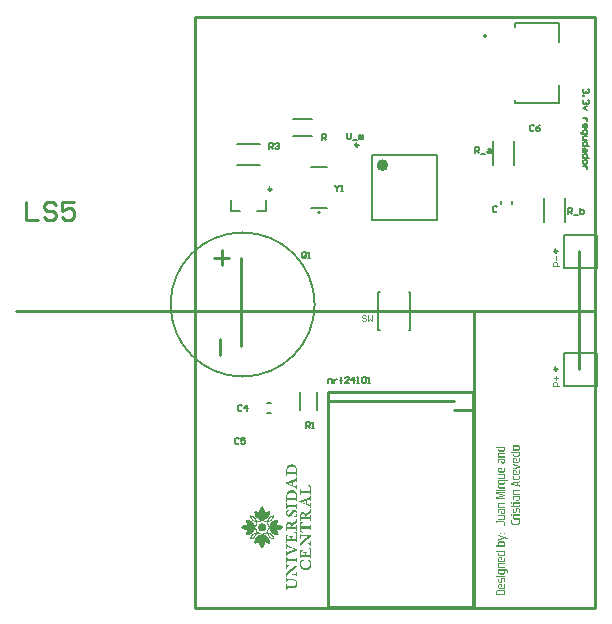
<source format=gbr>
%TF.GenerationSoftware,Altium Limited,Altium Designer,20.0.13 (296)*%
G04 Layer_Color=65535*
%FSLAX45Y45*%
%MOMM*%
%TF.FileFunction,Legend,Top*%
%TF.Part,Single*%
G01*
G75*
%TA.AperFunction,NonConductor*%
%ADD37C,0.20000*%
%ADD38C,0.25400*%
%ADD39C,0.12700*%
%ADD48C,0.25000*%
%ADD49C,0.50000*%
%ADD50C,0.12000*%
G36*
X14211108Y7043137D02*
X14209441D01*
Y7039801D01*
X14207773D01*
Y7038133D01*
X14204437D01*
Y7036465D01*
X14199434D01*
Y7034797D01*
X14164407D01*
Y7036465D01*
X14159404D01*
Y7038133D01*
X14156068D01*
Y7039801D01*
X14154401D01*
Y7043137D01*
X14152733D01*
Y7061484D01*
X14159404D01*
Y7049808D01*
X14161072D01*
Y7048140D01*
X14162740D01*
Y7046473D01*
X14199434D01*
Y7048140D01*
X14201102D01*
Y7049808D01*
X14202769D01*
Y7051476D01*
X14204437D01*
Y7068155D01*
X14137721D01*
Y7078163D01*
X14211108D01*
Y7043137D01*
D02*
G37*
G36*
X14324525Y7088170D02*
X14329530D01*
Y7086502D01*
X14331198D01*
Y7084834D01*
X14332866D01*
Y7081498D01*
X14334534D01*
Y7051476D01*
X14332866D01*
Y7048140D01*
X14331198D01*
Y7046473D01*
X14329530D01*
Y7044805D01*
X14324525D01*
Y7043137D01*
X14286165D01*
Y7044805D01*
X14281161D01*
Y7046473D01*
X14279494D01*
Y7048140D01*
X14277824D01*
Y7051476D01*
X14276157D01*
Y7081498D01*
X14277824D01*
Y7084834D01*
X14279494D01*
Y7086502D01*
X14281161D01*
Y7088170D01*
X14286165D01*
Y7089838D01*
X14324525D01*
Y7088170D01*
D02*
G37*
G36*
X14334534Y6999771D02*
X14332866D01*
Y6996436D01*
X14331198D01*
Y6994768D01*
X14327863D01*
Y6993100D01*
X14322858D01*
Y6991432D01*
X14287833D01*
Y6993100D01*
X14282829D01*
Y6994768D01*
X14279494D01*
Y6996436D01*
X14277824D01*
Y6999771D01*
X14276157D01*
Y7018118D01*
X14282829D01*
Y7006443D01*
X14284497D01*
Y7004775D01*
X14286165D01*
Y7003107D01*
X14322858D01*
Y7004775D01*
X14324525D01*
Y7006443D01*
X14326193D01*
Y7008111D01*
X14327863D01*
Y7024790D01*
X14261147D01*
Y7034797D01*
X14334534D01*
Y6999771D01*
D02*
G37*
G36*
X14211108Y7018118D02*
X14166077D01*
Y7016450D01*
X14161072D01*
Y7014783D01*
X14159404D01*
Y6994768D01*
X14211108D01*
Y6983092D01*
X14152733D01*
Y7021454D01*
X14154401D01*
Y7024790D01*
X14156068D01*
Y7026458D01*
X14159404D01*
Y7028126D01*
X14211108D01*
Y7018118D01*
D02*
G37*
G36*
Y6941395D02*
X14209441D01*
Y6938059D01*
X14207773D01*
Y6936391D01*
X14204437D01*
Y6934723D01*
X14199434D01*
Y6933055D01*
X14187759D01*
Y6934723D01*
X14182755D01*
Y6936391D01*
X14179419D01*
Y6938059D01*
X14177751D01*
Y6941395D01*
X14176083D01*
Y6959742D01*
X14182755D01*
Y6946399D01*
X14184422D01*
Y6944731D01*
X14189427D01*
Y6943063D01*
X14196098D01*
Y6944731D01*
X14202769D01*
Y6946399D01*
X14204437D01*
Y6964746D01*
X14162740D01*
Y6963078D01*
X14161072D01*
Y6961410D01*
X14159404D01*
Y6943063D01*
X14152733D01*
Y6968081D01*
X14154401D01*
Y6971417D01*
X14156068D01*
Y6973085D01*
X14157736D01*
Y6974753D01*
X14166077D01*
Y6976421D01*
X14211108D01*
Y6941395D01*
D02*
G37*
G36*
X14299509Y6979757D02*
X14304510D01*
Y6978089D01*
X14306178D01*
Y6976421D01*
X14307848D01*
Y6974753D01*
X14309515D01*
Y6956406D01*
X14302844D01*
Y6968081D01*
X14301176D01*
Y6969749D01*
X14297839D01*
Y6971417D01*
X14286165D01*
Y6969749D01*
X14282829D01*
Y6953070D01*
X14284497D01*
Y6951402D01*
X14286165D01*
Y6949734D01*
X14324525D01*
Y6951402D01*
X14326193D01*
Y6953070D01*
X14327863D01*
Y6978089D01*
X14334534D01*
Y6946399D01*
X14332866D01*
Y6943063D01*
X14331198D01*
Y6941395D01*
X14329530D01*
Y6939727D01*
X14324525D01*
Y6938059D01*
X14286165D01*
Y6939727D01*
X14281161D01*
Y6941395D01*
X14279494D01*
Y6943063D01*
X14277824D01*
Y6946399D01*
X14276157D01*
Y6974753D01*
X14277824D01*
Y6976421D01*
X14279494D01*
Y6978089D01*
X14281161D01*
Y6979757D01*
X14286165D01*
Y6981424D01*
X14299509D01*
Y6979757D01*
D02*
G37*
G36*
X14281161Y6929720D02*
X14287833D01*
Y6928052D01*
X14294504D01*
Y6926384D01*
X14299509D01*
Y6924716D01*
X14306178D01*
Y6923048D01*
X14312851D01*
Y6921380D01*
X14317854D01*
Y6919712D01*
X14324525D01*
Y6918044D01*
X14331198D01*
Y6916376D01*
X14334534D01*
Y6899697D01*
X14327863D01*
Y6898030D01*
X14321191D01*
Y6896362D01*
X14316187D01*
Y6894694D01*
X14309515D01*
Y6893026D01*
X14302844D01*
Y6891358D01*
X14297839D01*
Y6889690D01*
X14291168D01*
Y6888022D01*
X14284497D01*
Y6886354D01*
X14279494D01*
Y6884686D01*
X14276157D01*
Y6896362D01*
X14281161D01*
Y6898030D01*
X14287833D01*
Y6899697D01*
X14296172D01*
Y6901365D01*
X14302844D01*
Y6903033D01*
X14309515D01*
Y6904701D01*
X14316187D01*
Y6906369D01*
X14322858D01*
Y6908037D01*
X14326193D01*
Y6909705D01*
X14319524D01*
Y6911373D01*
X14312851D01*
Y6913041D01*
X14306178D01*
Y6914709D01*
X14297839D01*
Y6916376D01*
X14291168D01*
Y6918044D01*
X14284497D01*
Y6919712D01*
X14277824D01*
Y6921380D01*
X14276157D01*
Y6931387D01*
X14281161D01*
Y6929720D01*
D02*
G37*
G36*
X14176083Y6899697D02*
X14181087D01*
Y6898030D01*
X14182755D01*
Y6896362D01*
X14184422D01*
Y6894694D01*
X14186092D01*
Y6876347D01*
X14179419D01*
Y6888022D01*
X14177751D01*
Y6889690D01*
X14174416D01*
Y6891358D01*
X14162740D01*
Y6889690D01*
X14159404D01*
Y6873011D01*
X14161072D01*
Y6871343D01*
X14162740D01*
Y6869675D01*
X14201102D01*
Y6871343D01*
X14202769D01*
Y6873011D01*
X14204437D01*
Y6898030D01*
X14211108D01*
Y6866339D01*
X14209441D01*
Y6863004D01*
X14207773D01*
Y6861336D01*
X14206105D01*
Y6859668D01*
X14201102D01*
Y6858000D01*
X14162740D01*
Y6859668D01*
X14157736D01*
Y6861336D01*
X14156068D01*
Y6863004D01*
X14154401D01*
Y6866339D01*
X14152733D01*
Y6894694D01*
X14154401D01*
Y6896362D01*
X14156068D01*
Y6898030D01*
X14157736D01*
Y6899697D01*
X14162740D01*
Y6901365D01*
X14176083D01*
Y6899697D01*
D02*
G37*
G36*
X14299509Y6878015D02*
X14304510D01*
Y6876347D01*
X14306178D01*
Y6874679D01*
X14307848D01*
Y6873011D01*
X14309515D01*
Y6854664D01*
X14302844D01*
Y6866339D01*
X14301176D01*
Y6868007D01*
X14297839D01*
Y6869675D01*
X14286165D01*
Y6868007D01*
X14282829D01*
Y6851328D01*
X14284497D01*
Y6849660D01*
X14286165D01*
Y6847993D01*
X14324525D01*
Y6849660D01*
X14326193D01*
Y6851328D01*
X14327863D01*
Y6876347D01*
X14334534D01*
Y6844657D01*
X14332866D01*
Y6841321D01*
X14331198D01*
Y6839653D01*
X14329530D01*
Y6837985D01*
X14324525D01*
Y6836317D01*
X14286165D01*
Y6837985D01*
X14281161D01*
Y6839653D01*
X14279494D01*
Y6841321D01*
X14277824D01*
Y6844657D01*
X14276157D01*
Y6873011D01*
X14277824D01*
Y6874679D01*
X14279494D01*
Y6876347D01*
X14281161D01*
Y6878015D01*
X14286165D01*
Y6879683D01*
X14299509D01*
Y6878015D01*
D02*
G37*
G36*
X12412309Y6926297D02*
X12421293D01*
Y6924050D01*
X12425785D01*
Y6921804D01*
X12428032D01*
Y6919558D01*
X12432524D01*
Y6917312D01*
X12434770D01*
Y6915066D01*
X12437016D01*
Y6910574D01*
X12439262D01*
Y6908328D01*
X12441508D01*
Y6903836D01*
X12443754D01*
Y6899344D01*
X12446000D01*
Y6890359D01*
X12448246D01*
Y6827469D01*
X12446000D01*
Y6829716D01*
X12443754D01*
Y6836454D01*
X12441508D01*
Y6840946D01*
X12439262D01*
Y6843192D01*
X12428032D01*
Y6845438D01*
X12378618D01*
Y6843192D01*
X12367388D01*
Y6838700D01*
X12365142D01*
Y6836454D01*
X12362896D01*
Y6829716D01*
X12360649D01*
Y6827469D01*
X12358403D01*
Y6845438D01*
X12356157D01*
Y6870145D01*
X12358403D01*
Y6890359D01*
X12360649D01*
Y6897098D01*
X12362896D01*
Y6903836D01*
X12365142D01*
Y6906082D01*
X12367388D01*
Y6910574D01*
X12369634D01*
Y6912820D01*
X12371880D01*
Y6915066D01*
X12374126D01*
Y6917312D01*
X12376372D01*
Y6919558D01*
X12378618D01*
Y6921804D01*
X12383110D01*
Y6924050D01*
X12387602D01*
Y6926297D01*
X12396587D01*
Y6928543D01*
X12412309D01*
Y6926297D01*
D02*
G37*
G36*
X14334534Y6801291D02*
X14332866D01*
Y6797955D01*
X14331198D01*
Y6796288D01*
X14329530D01*
Y6794620D01*
X14324525D01*
Y6792952D01*
X14286165D01*
Y6794620D01*
X14281161D01*
Y6796288D01*
X14279494D01*
Y6797955D01*
X14277824D01*
Y6801291D01*
X14276157D01*
Y6827978D01*
X14282829D01*
Y6807963D01*
X14284497D01*
Y6806295D01*
X14286165D01*
Y6804627D01*
X14324525D01*
Y6806295D01*
X14326193D01*
Y6807963D01*
X14327863D01*
Y6827978D01*
X14334534D01*
Y6801291D01*
D02*
G37*
G36*
X14211108Y6812967D02*
X14209441D01*
Y6809631D01*
X14207773D01*
Y6807963D01*
X14206105D01*
Y6806295D01*
X14202769D01*
Y6804627D01*
X14152733D01*
Y6814635D01*
X14194431D01*
Y6816302D01*
X14201102D01*
Y6817970D01*
X14202769D01*
Y6819638D01*
X14204437D01*
Y6837985D01*
X14152733D01*
Y6849660D01*
X14211108D01*
Y6812967D01*
D02*
G37*
G36*
X12448246Y6775810D02*
X12443754D01*
Y6782548D01*
X12441508D01*
Y6784794D01*
X12430277D01*
Y6782548D01*
X12423539D01*
Y6780302D01*
X12419047D01*
Y6778056D01*
X12414555D01*
Y6775810D01*
X12412309D01*
Y6751103D01*
X12414555D01*
Y6748857D01*
X12419047D01*
Y6746611D01*
X12428032D01*
Y6744365D01*
X12439262D01*
Y6746611D01*
X12441508D01*
Y6748857D01*
X12443754D01*
Y6755595D01*
X12446000D01*
Y6760088D01*
X12448246D01*
Y6719658D01*
X12443754D01*
Y6724150D01*
X12441508D01*
Y6728643D01*
X12439262D01*
Y6730889D01*
X12434770D01*
Y6733135D01*
X12430277D01*
Y6735381D01*
X12425785D01*
Y6737627D01*
X12421293D01*
Y6739873D01*
X12414555D01*
Y6742119D01*
X12410063D01*
Y6744365D01*
X12403325D01*
Y6746611D01*
X12396587D01*
Y6748857D01*
X12392094D01*
Y6751103D01*
X12385356D01*
Y6753349D01*
X12380864D01*
Y6755595D01*
X12374126D01*
Y6757841D01*
X12369634D01*
Y6760088D01*
X12362896D01*
Y6762334D01*
X12360649D01*
Y6764580D01*
X12358403D01*
Y6766826D01*
X12356157D01*
Y6769072D01*
X12347173D01*
Y6771318D01*
X12349419D01*
Y6773564D01*
X12356157D01*
Y6775810D01*
X12360649D01*
Y6778056D01*
X12367388D01*
Y6780302D01*
X12374126D01*
Y6782548D01*
X12378618D01*
Y6784794D01*
X12385356D01*
Y6787040D01*
X12392094D01*
Y6789286D01*
X12396587D01*
Y6791533D01*
X12403325D01*
Y6793779D01*
X12410063D01*
Y6796025D01*
X12414555D01*
Y6798271D01*
X12421293D01*
Y6800517D01*
X12428032D01*
Y6802763D01*
X12432524D01*
Y6805009D01*
X12437016D01*
Y6807255D01*
X12439262D01*
Y6809501D01*
X12441508D01*
Y6811747D01*
X12443754D01*
Y6818485D01*
X12448246D01*
Y6775810D01*
D02*
G37*
G36*
X14236127Y6787948D02*
X14159404D01*
Y6771269D01*
X14161072D01*
Y6767933D01*
X14162740D01*
Y6766265D01*
X14201102D01*
Y6767933D01*
X14202769D01*
Y6769601D01*
X14204437D01*
Y6782945D01*
X14211108D01*
Y6762930D01*
X14209441D01*
Y6759594D01*
X14207773D01*
Y6757926D01*
X14206105D01*
Y6756258D01*
X14201102D01*
Y6754590D01*
X14162740D01*
Y6756258D01*
X14157736D01*
Y6757926D01*
X14156068D01*
Y6759594D01*
X14154401D01*
Y6762930D01*
X14152733D01*
Y6799623D01*
X14236127D01*
Y6787948D01*
D02*
G37*
G36*
X14334534Y6774605D02*
X14332866D01*
Y6772937D01*
X14322858D01*
Y6771269D01*
X14317854D01*
Y6752922D01*
X14326193D01*
Y6751254D01*
X14334534D01*
Y6739579D01*
X14331198D01*
Y6741247D01*
X14322858D01*
Y6742915D01*
X14314519D01*
Y6744583D01*
X14306178D01*
Y6746251D01*
X14299509D01*
Y6747918D01*
X14291168D01*
Y6749586D01*
X14282829D01*
Y6751254D01*
X14274489D01*
Y6752922D01*
X14266150D01*
Y6754590D01*
X14261147D01*
Y6769601D01*
X14264482D01*
Y6771269D01*
X14272821D01*
Y6772937D01*
X14281161D01*
Y6774605D01*
X14287833D01*
Y6776273D01*
X14296172D01*
Y6777941D01*
X14304510D01*
Y6779609D01*
X14312851D01*
Y6781277D01*
X14321191D01*
Y6782945D01*
X14329530D01*
Y6784612D01*
X14334534D01*
Y6774605D01*
D02*
G37*
G36*
X14159404Y6737911D02*
X14161072D01*
Y6734575D01*
X14169412D01*
Y6732908D01*
X14211108D01*
Y6722900D01*
X14162740D01*
Y6724568D01*
X14159404D01*
Y6726236D01*
X14157736D01*
Y6727904D01*
X14156068D01*
Y6729572D01*
X14154401D01*
Y6734575D01*
X14152733D01*
Y6749586D01*
X14159404D01*
Y6737911D01*
D02*
G37*
G36*
X12538089Y6755595D02*
X12544827D01*
Y6753349D01*
X12553811D01*
Y6751103D01*
X12560549D01*
Y6748857D01*
X12567288D01*
Y6670245D01*
X12562796D01*
Y6679229D01*
X12560549D01*
Y6683721D01*
X12556057D01*
Y6685967D01*
X12488675D01*
Y6683721D01*
X12484183D01*
Y6679229D01*
X12481937D01*
Y6672491D01*
X12479691D01*
Y6670245D01*
X12477445D01*
Y6721905D01*
X12479691D01*
Y6719658D01*
X12481937D01*
Y6710674D01*
X12484183D01*
Y6708428D01*
X12486429D01*
Y6706182D01*
X12493167D01*
Y6703936D01*
X12560549D01*
Y6728643D01*
X12558303D01*
Y6735381D01*
X12556057D01*
Y6737627D01*
X12553811D01*
Y6742119D01*
X12549319D01*
Y6744365D01*
X12547073D01*
Y6746611D01*
X12544827D01*
Y6748857D01*
X12540335D01*
Y6751103D01*
X12535843D01*
Y6757841D01*
X12538089D01*
Y6755595D01*
D02*
G37*
G36*
X14211108Y6702885D02*
X14152733D01*
Y6714561D01*
X14211108D01*
Y6702885D01*
D02*
G37*
G36*
X14147729D02*
X14137721D01*
Y6714561D01*
X14147729D01*
Y6702885D01*
D02*
G37*
G36*
X14334534Y6701217D02*
X14289500D01*
Y6699549D01*
X14284497D01*
Y6697881D01*
X14282829D01*
Y6677867D01*
X14334534D01*
Y6666191D01*
X14276157D01*
Y6704553D01*
X14277824D01*
Y6707889D01*
X14279494D01*
Y6709557D01*
X14282829D01*
Y6711225D01*
X14334534D01*
Y6701217D01*
D02*
G37*
G36*
X14211108Y6682871D02*
X14162740D01*
Y6681203D01*
X14169412D01*
Y6679535D01*
X14176083D01*
Y6677867D01*
X14182755D01*
Y6676199D01*
X14189427D01*
Y6674531D01*
X14196098D01*
Y6672863D01*
X14202769D01*
Y6671195D01*
X14209441D01*
Y6669527D01*
X14211108D01*
Y6659520D01*
X14204437D01*
Y6657852D01*
X14197766D01*
Y6656184D01*
X14191093D01*
Y6654516D01*
X14184422D01*
Y6652848D01*
X14179419D01*
Y6651180D01*
X14172746D01*
Y6649512D01*
X14166077D01*
Y6647844D01*
X14161072D01*
Y6646177D01*
X14211108D01*
Y6637837D01*
X14137721D01*
Y6651180D01*
X14144392D01*
Y6652848D01*
X14151065D01*
Y6654516D01*
X14157736D01*
Y6656184D01*
X14162740D01*
Y6657852D01*
X14169412D01*
Y6659520D01*
X14176083D01*
Y6661188D01*
X14182755D01*
Y6662856D01*
X14189427D01*
Y6664524D01*
X14192763D01*
Y6666191D01*
X14187759D01*
Y6667859D01*
X14181087D01*
Y6669527D01*
X14174416D01*
Y6671195D01*
X14167744D01*
Y6672863D01*
X14161072D01*
Y6674531D01*
X14154401D01*
Y6676199D01*
X14147729D01*
Y6677867D01*
X14141057D01*
Y6679535D01*
X14137721D01*
Y6691210D01*
X14211108D01*
Y6682871D01*
D02*
G37*
G36*
X14334534Y6624494D02*
X14332866D01*
Y6621158D01*
X14331198D01*
Y6619490D01*
X14327863D01*
Y6617822D01*
X14322858D01*
Y6616154D01*
X14311183D01*
Y6617822D01*
X14306178D01*
Y6619490D01*
X14302844D01*
Y6621158D01*
X14301176D01*
Y6624494D01*
X14299509D01*
Y6642841D01*
X14306178D01*
Y6629498D01*
X14307848D01*
Y6627830D01*
X14312851D01*
Y6626162D01*
X14319524D01*
Y6627830D01*
X14326193D01*
Y6629498D01*
X14327863D01*
Y6647844D01*
X14286165D01*
Y6646177D01*
X14284497D01*
Y6644509D01*
X14282829D01*
Y6626162D01*
X14276157D01*
Y6651180D01*
X14277824D01*
Y6654516D01*
X14279494D01*
Y6656184D01*
X14281161D01*
Y6657852D01*
X14289500D01*
Y6659520D01*
X14334534D01*
Y6624494D01*
D02*
G37*
G36*
X12567288Y6618585D02*
X12562796D01*
Y6625324D01*
X12560549D01*
Y6627570D01*
X12549319D01*
Y6625324D01*
X12542581D01*
Y6623077D01*
X12535843D01*
Y6620831D01*
X12533596D01*
Y6618585D01*
X12531351D01*
Y6593879D01*
X12533596D01*
Y6591632D01*
X12540335D01*
Y6589386D01*
X12547073D01*
Y6587140D01*
X12558303D01*
Y6589386D01*
X12560549D01*
Y6591632D01*
X12562796D01*
Y6600617D01*
X12565041D01*
Y6602863D01*
X12567288D01*
Y6562434D01*
X12562796D01*
Y6566926D01*
X12560549D01*
Y6571418D01*
X12558303D01*
Y6573664D01*
X12553811D01*
Y6575910D01*
X12549319D01*
Y6578156D01*
X12544827D01*
Y6580402D01*
X12540335D01*
Y6582648D01*
X12533596D01*
Y6584894D01*
X12529104D01*
Y6587140D01*
X12522366D01*
Y6589386D01*
X12517874D01*
Y6591632D01*
X12511136D01*
Y6593879D01*
X12504398D01*
Y6596125D01*
X12499906D01*
Y6598371D01*
X12493167D01*
Y6600617D01*
X12488675D01*
Y6602863D01*
X12479691D01*
Y6607355D01*
X12477445D01*
Y6609601D01*
X12475199D01*
Y6611847D01*
X12466215D01*
Y6614093D01*
X12468461D01*
Y6616339D01*
X12472953D01*
Y6618585D01*
X12479691D01*
Y6620831D01*
X12486429D01*
Y6623077D01*
X12490921D01*
Y6625324D01*
X12497660D01*
Y6627570D01*
X12504398D01*
Y6629816D01*
X12508890D01*
Y6632062D01*
X12515628D01*
Y6634308D01*
X12522366D01*
Y6636554D01*
X12526858D01*
Y6638800D01*
X12533596D01*
Y6641046D01*
X12540335D01*
Y6643292D01*
X12547073D01*
Y6645538D01*
X12551565D01*
Y6647784D01*
X12553811D01*
Y6650030D01*
X12558303D01*
Y6652276D01*
X12560549D01*
Y6656768D01*
X12562796D01*
Y6661260D01*
X12567288D01*
Y6618585D01*
D02*
G37*
G36*
X12412309Y6708428D02*
X12421293D01*
Y6706182D01*
X12425785D01*
Y6703936D01*
X12430277D01*
Y6701690D01*
X12432524D01*
Y6699444D01*
X12434770D01*
Y6697198D01*
X12437016D01*
Y6694952D01*
X12439262D01*
Y6690460D01*
X12441508D01*
Y6688213D01*
X12443754D01*
Y6683721D01*
X12446000D01*
Y6676983D01*
X12448246D01*
Y6609601D01*
X12446000D01*
Y6614093D01*
X12443754D01*
Y6620831D01*
X12441508D01*
Y6623077D01*
X12439262D01*
Y6625324D01*
X12425785D01*
Y6627570D01*
X12380864D01*
Y6625324D01*
X12369634D01*
Y6623077D01*
X12367388D01*
Y6620831D01*
X12365142D01*
Y6616339D01*
X12362896D01*
Y6609601D01*
X12358403D01*
Y6667999D01*
X12360649D01*
Y6676983D01*
X12362896D01*
Y6683721D01*
X12365142D01*
Y6688213D01*
X12367388D01*
Y6692705D01*
X12369634D01*
Y6694952D01*
X12371880D01*
Y6697198D01*
X12374126D01*
Y6699444D01*
X12376372D01*
Y6701690D01*
X12380864D01*
Y6703936D01*
X12383110D01*
Y6706182D01*
X12387602D01*
Y6708428D01*
X12398832D01*
Y6710674D01*
X12412309D01*
Y6708428D01*
D02*
G37*
G36*
X14334534Y6596140D02*
X14276157D01*
Y6607815D01*
X14334534D01*
Y6596140D01*
D02*
G37*
G36*
X14271153D02*
X14261147D01*
Y6607815D01*
X14271153D01*
Y6596140D01*
D02*
G37*
G36*
X12448246Y6548957D02*
X12446000D01*
Y6553449D01*
X12443754D01*
Y6560188D01*
X12441508D01*
Y6562434D01*
X12439262D01*
Y6564680D01*
X12430277D01*
Y6566926D01*
X12378618D01*
Y6564680D01*
X12369634D01*
Y6562434D01*
X12365142D01*
Y6557941D01*
X12362896D01*
Y6548957D01*
X12358403D01*
Y6600617D01*
X12362896D01*
Y6593879D01*
X12365142D01*
Y6589386D01*
X12367388D01*
Y6587140D01*
X12369634D01*
Y6584894D01*
X12383110D01*
Y6582648D01*
X12423539D01*
Y6584894D01*
X12439262D01*
Y6587140D01*
X12441508D01*
Y6589386D01*
X12443754D01*
Y6596125D01*
X12446000D01*
Y6600617D01*
X12448246D01*
Y6548957D01*
D02*
G37*
G36*
X14282829Y6576125D02*
X14326193D01*
Y6577793D01*
X14327863D01*
Y6586132D01*
X14334534D01*
Y6571121D01*
X14332866D01*
Y6567785D01*
X14331198D01*
Y6566117D01*
X14327863D01*
Y6564450D01*
X14261147D01*
Y6576125D01*
X14276157D01*
Y6589468D01*
X14282829D01*
Y6576125D01*
D02*
G37*
G36*
X14211108Y6592804D02*
X14166077D01*
Y6591136D01*
X14161072D01*
Y6589468D01*
X14159404D01*
Y6569453D01*
X14211108D01*
Y6557778D01*
X14152733D01*
Y6596140D01*
X14154401D01*
Y6599475D01*
X14156068D01*
Y6601144D01*
X14159404D01*
Y6602811D01*
X14211108D01*
Y6592804D01*
D02*
G37*
G36*
X14319524Y6556110D02*
X14327863D01*
Y6554442D01*
X14331198D01*
Y6552774D01*
X14332866D01*
Y6551106D01*
X14334534D01*
Y6519416D01*
X14327863D01*
Y6544435D01*
X14326193D01*
Y6546103D01*
X14322858D01*
Y6547770D01*
X14314519D01*
Y6546103D01*
X14311183D01*
Y6544435D01*
X14309515D01*
Y6521084D01*
X14307848D01*
Y6519416D01*
X14306178D01*
Y6517748D01*
X14302844D01*
Y6516080D01*
X14297839D01*
Y6514413D01*
X14286165D01*
Y6516080D01*
X14281161D01*
Y6517748D01*
X14279494D01*
Y6519416D01*
X14277824D01*
Y6521084D01*
X14276157D01*
Y6549439D01*
X14282829D01*
Y6526088D01*
X14286165D01*
Y6524420D01*
X14297839D01*
Y6526088D01*
X14299509D01*
Y6527756D01*
X14301176D01*
Y6551106D01*
X14302844D01*
Y6552774D01*
X14304510D01*
Y6554442D01*
X14307848D01*
Y6556110D01*
X14317854D01*
Y6557778D01*
X14319524D01*
Y6556110D01*
D02*
G37*
G36*
X12158503Y6569172D02*
X12160749D01*
Y6566926D01*
X12162995D01*
Y6562434D01*
X12165242D01*
Y6560188D01*
X12167488D01*
Y6557941D01*
X12169734D01*
Y6553449D01*
X12171980D01*
Y6548957D01*
X12174226D01*
Y6542219D01*
X12176472D01*
Y6535481D01*
X12178718D01*
Y6519758D01*
X12180964D01*
Y6522004D01*
X12185456D01*
Y6524250D01*
X12189948D01*
Y6526496D01*
X12194440D01*
Y6528743D01*
X12201179D01*
Y6530989D01*
X12210163D01*
Y6533235D01*
X12219147D01*
Y6506282D01*
X12216901D01*
Y6499544D01*
X12214655D01*
Y6492805D01*
X12212409D01*
Y6488313D01*
X12210163D01*
Y6486067D01*
X12207917D01*
Y6481575D01*
X12205671D01*
Y6479329D01*
X12203425D01*
Y6477083D01*
X12201179D01*
Y6474837D01*
X12198933D01*
Y6472591D01*
X12196687D01*
Y6470345D01*
X12194440D01*
Y6468099D01*
X12189948D01*
Y6465853D01*
X12187702D01*
Y6463607D01*
X12183210D01*
Y6461360D01*
X12178718D01*
Y6459115D01*
X12169734D01*
Y6456868D01*
X12167488D01*
Y6454622D01*
X12169734D01*
Y6452376D01*
X12176472D01*
Y6450130D01*
X12183210D01*
Y6447884D01*
X12198933D01*
Y6454622D01*
X12201179D01*
Y6459115D01*
X12203425D01*
Y6465853D01*
X12205671D01*
Y6468099D01*
X12207917D01*
Y6472591D01*
X12210163D01*
Y6474837D01*
X12212409D01*
Y6477083D01*
X12214655D01*
Y6479329D01*
X12216901D01*
Y6481575D01*
X12219147D01*
Y6483821D01*
X12221393D01*
Y6486067D01*
X12223639D01*
Y6488313D01*
X12228131D01*
Y6490560D01*
X12232623D01*
Y6492805D01*
X12237116D01*
Y6495052D01*
X12246100D01*
Y6497298D01*
X12255084D01*
Y6492805D01*
X12257330D01*
Y6490560D01*
X12255084D01*
Y6481575D01*
X12252838D01*
Y6474837D01*
X12250592D01*
Y6470345D01*
X12248346D01*
Y6468099D01*
X12246100D01*
Y6463607D01*
X12243854D01*
Y6461360D01*
X12241608D01*
Y6459115D01*
X12239362D01*
Y6456868D01*
X12237116D01*
Y6454622D01*
X12234870D01*
Y6452376D01*
X12232623D01*
Y6450130D01*
X12230378D01*
Y6447884D01*
X12225885D01*
Y6445638D01*
X12221393D01*
Y6443392D01*
X12216901D01*
Y6441146D01*
X12210163D01*
Y6438900D01*
X12207917D01*
Y6420931D01*
X12210163D01*
Y6414193D01*
X12212409D01*
Y6409701D01*
X12214655D01*
Y6407455D01*
X12216901D01*
Y6411947D01*
X12219147D01*
Y6418685D01*
X12221393D01*
Y6423177D01*
X12223639D01*
Y6427670D01*
X12225885D01*
Y6432162D01*
X12228131D01*
Y6434408D01*
X12230378D01*
Y6436654D01*
X12232623D01*
Y6438900D01*
X12234870D01*
Y6441146D01*
X12237116D01*
Y6443392D01*
X12239362D01*
Y6445638D01*
X12241608D01*
Y6447884D01*
X12243854D01*
Y6450130D01*
X12248346D01*
Y6452376D01*
X12252838D01*
Y6454622D01*
X12257330D01*
Y6456868D01*
X12266315D01*
Y6459115D01*
X12293267D01*
Y6454622D01*
X12291021D01*
Y6443392D01*
X12288775D01*
Y6436654D01*
X12286529D01*
Y6429916D01*
X12284283D01*
Y6425424D01*
X12282037D01*
Y6423177D01*
X12279791D01*
Y6418685D01*
X12295513D01*
Y6416439D01*
X12304498D01*
Y6414193D01*
X12308990D01*
Y6411947D01*
X12313482D01*
Y6409701D01*
X12317974D01*
Y6407455D01*
X12320220D01*
Y6405209D01*
X12322466D01*
Y6402963D01*
X12326958D01*
Y6400717D01*
X12329204D01*
Y6396225D01*
X12331451D01*
Y6391732D01*
X12329204D01*
Y6389486D01*
X12326958D01*
Y6387240D01*
X12324712D01*
Y6384994D01*
X12322466D01*
Y6382748D01*
X12317974D01*
Y6380502D01*
X12315728D01*
Y6378256D01*
X12311236D01*
Y6376010D01*
X12306744D01*
Y6373764D01*
X12297760D01*
Y6371518D01*
X12286529D01*
Y6369272D01*
X12279791D01*
Y6367026D01*
X12282037D01*
Y6362534D01*
X12284283D01*
Y6360288D01*
X12286529D01*
Y6353549D01*
X12288775D01*
Y6346811D01*
X12291021D01*
Y6335581D01*
X12293267D01*
Y6331089D01*
X12286529D01*
Y6328843D01*
X12273053D01*
Y6331089D01*
X12261823D01*
Y6333335D01*
X12255084D01*
Y6335581D01*
X12250592D01*
Y6337827D01*
X12246100D01*
Y6340073D01*
X12243854D01*
Y6342319D01*
X12239362D01*
Y6344565D01*
X12237116D01*
Y6346811D01*
X12234870D01*
Y6349057D01*
X12232623D01*
Y6351303D01*
X12230378D01*
Y6353549D01*
X12228131D01*
Y6358041D01*
X12225885D01*
Y6360288D01*
X12223639D01*
Y6364780D01*
X12221393D01*
Y6369272D01*
X12219147D01*
Y6376010D01*
X12216901D01*
Y6382748D01*
X12214655D01*
Y6378256D01*
X12212409D01*
Y6373764D01*
X12210163D01*
Y6369272D01*
X12207917D01*
Y6349057D01*
X12214655D01*
Y6346811D01*
X12221393D01*
Y6344565D01*
X12225885D01*
Y6342319D01*
X12228131D01*
Y6340073D01*
X12232623D01*
Y6337827D01*
X12234870D01*
Y6335581D01*
X12237116D01*
Y6333335D01*
X12239362D01*
Y6331089D01*
X12241608D01*
Y6328843D01*
X12243854D01*
Y6326596D01*
X12246100D01*
Y6322104D01*
X12248346D01*
Y6317612D01*
X12250592D01*
Y6313120D01*
X12252838D01*
Y6306382D01*
X12255084D01*
Y6292906D01*
X12243854D01*
Y6295151D01*
X12237116D01*
Y6297398D01*
X12230378D01*
Y6299644D01*
X12228131D01*
Y6301890D01*
X12223639D01*
Y6304136D01*
X12221393D01*
Y6306382D01*
X12219147D01*
Y6308628D01*
X12214655D01*
Y6310874D01*
X12212409D01*
Y6315366D01*
X12210163D01*
Y6317612D01*
X12207917D01*
Y6319858D01*
X12205671D01*
Y6324351D01*
X12203425D01*
Y6328843D01*
X12201179D01*
Y6335581D01*
X12198933D01*
Y6342319D01*
X12187702D01*
Y6340073D01*
X12176472D01*
Y6337827D01*
X12171980D01*
Y6335581D01*
X12167488D01*
Y6331089D01*
X12174226D01*
Y6328843D01*
X12180964D01*
Y6326596D01*
X12185456D01*
Y6324351D01*
X12189948D01*
Y6322104D01*
X12192194D01*
Y6319858D01*
X12194440D01*
Y6317612D01*
X12198933D01*
Y6315366D01*
X12201179D01*
Y6313120D01*
X12203425D01*
Y6308628D01*
X12205671D01*
Y6306382D01*
X12207917D01*
Y6304136D01*
X12210163D01*
Y6299644D01*
X12212409D01*
Y6295151D01*
X12214655D01*
Y6288413D01*
X12216901D01*
Y6279429D01*
X12219147D01*
Y6256968D01*
X12205671D01*
Y6259215D01*
X12196687D01*
Y6261461D01*
X12192194D01*
Y6263707D01*
X12187702D01*
Y6265953D01*
X12183210D01*
Y6268199D01*
X12180964D01*
Y6270445D01*
X12178718D01*
Y6256968D01*
X12176472D01*
Y6247984D01*
X12174226D01*
Y6241246D01*
X12171980D01*
Y6236754D01*
X12169734D01*
Y6232262D01*
X12167488D01*
Y6230016D01*
X12165242D01*
Y6225523D01*
X12162995D01*
Y6223277D01*
X12160749D01*
Y6221032D01*
X12158503D01*
Y6218785D01*
X12156257D01*
Y6216539D01*
X12151765D01*
Y6218785D01*
X12149519D01*
Y6221032D01*
X12147273D01*
Y6223277D01*
X12145027D01*
Y6225523D01*
X12142781D01*
Y6230016D01*
X12140535D01*
Y6232262D01*
X12138289D01*
Y6236754D01*
X12136043D01*
Y6241246D01*
X12133797D01*
Y6247984D01*
X12131551D01*
Y6256968D01*
X12129304D01*
Y6270445D01*
X12127058D01*
Y6268199D01*
X12124812D01*
Y6265953D01*
X12120320D01*
Y6263707D01*
X12115828D01*
Y6261461D01*
X12111336D01*
Y6259215D01*
X12102352D01*
Y6256968D01*
X12091121D01*
Y6259215D01*
X12088875D01*
Y6279429D01*
X12091121D01*
Y6288413D01*
X12093367D01*
Y6295151D01*
X12095613D01*
Y6299644D01*
X12097859D01*
Y6304136D01*
X12100106D01*
Y6306382D01*
X12102352D01*
Y6308628D01*
X12104598D01*
Y6310874D01*
X12106844D01*
Y6315366D01*
X12111336D01*
Y6317612D01*
X12113582D01*
Y6319858D01*
X12115828D01*
Y6322104D01*
X12118074D01*
Y6324351D01*
X12122566D01*
Y6326596D01*
X12127058D01*
Y6328843D01*
X12133797D01*
Y6331089D01*
X12140535D01*
Y6335581D01*
X12136043D01*
Y6337827D01*
X12129304D01*
Y6340073D01*
X12118074D01*
Y6342319D01*
X12111336D01*
Y6340073D01*
X12109090D01*
Y6335581D01*
X12106844D01*
Y6328843D01*
X12104598D01*
Y6324351D01*
X12102352D01*
Y6319858D01*
X12100106D01*
Y6317612D01*
X12097859D01*
Y6313120D01*
X12095613D01*
Y6310874D01*
X12093367D01*
Y6308628D01*
X12091121D01*
Y6306382D01*
X12088875D01*
Y6304136D01*
X12084383D01*
Y6301890D01*
X12082137D01*
Y6299644D01*
X12077645D01*
Y6297398D01*
X12073153D01*
Y6295151D01*
X12066415D01*
Y6292906D01*
X12052938D01*
Y6306382D01*
X12055184D01*
Y6313120D01*
X12057430D01*
Y6317612D01*
X12059676D01*
Y6322104D01*
X12061923D01*
Y6324351D01*
X12064168D01*
Y6328843D01*
X12066415D01*
Y6331089D01*
X12068661D01*
Y6333335D01*
X12070907D01*
Y6335581D01*
X12073153D01*
Y6337827D01*
X12077645D01*
Y6340073D01*
X12079891D01*
Y6342319D01*
X12084383D01*
Y6344565D01*
X12088875D01*
Y6346811D01*
X12095613D01*
Y6349057D01*
X12100106D01*
Y6369272D01*
X12097859D01*
Y6373764D01*
X12095613D01*
Y6378256D01*
X12093367D01*
Y6380502D01*
X12091121D01*
Y6376010D01*
X12088875D01*
Y6369272D01*
X12086629D01*
Y6364780D01*
X12084383D01*
Y6360288D01*
X12082137D01*
Y6355796D01*
X12079891D01*
Y6353549D01*
X12077645D01*
Y6351303D01*
X12075399D01*
Y6349057D01*
X12073153D01*
Y6346811D01*
X12070907D01*
Y6344565D01*
X12068661D01*
Y6342319D01*
X12066415D01*
Y6340073D01*
X12061923D01*
Y6337827D01*
X12057430D01*
Y6335581D01*
X12052938D01*
Y6333335D01*
X12046200D01*
Y6331089D01*
X12037216D01*
Y6328843D01*
X12019247D01*
Y6331089D01*
X12017001D01*
Y6344565D01*
X12019247D01*
Y6353549D01*
X12021493D01*
Y6358041D01*
X12023739D01*
Y6362534D01*
X12025985D01*
Y6367026D01*
X12028231D01*
Y6369272D01*
X12019247D01*
Y6371518D01*
X12008017D01*
Y6373764D01*
X12001279D01*
Y6376010D01*
X11996787D01*
Y6378256D01*
X11992294D01*
Y6380502D01*
X11990048D01*
Y6382748D01*
X11987802D01*
Y6384994D01*
X11983310D01*
Y6387240D01*
X11981064D01*
Y6389486D01*
X11978818D01*
Y6391732D01*
X11976572D01*
Y6396225D01*
X11978818D01*
Y6398471D01*
X11981064D01*
Y6400717D01*
X11983310D01*
Y6402963D01*
X11985556D01*
Y6405209D01*
X11987802D01*
Y6407455D01*
X11992294D01*
Y6409701D01*
X11994540D01*
Y6411947D01*
X11999033D01*
Y6414193D01*
X12005771D01*
Y6416439D01*
X12012509D01*
Y6418685D01*
X12028231D01*
Y6423177D01*
X12025985D01*
Y6427670D01*
X12023739D01*
Y6432162D01*
X12021493D01*
Y6436654D01*
X12019247D01*
Y6443392D01*
X12017001D01*
Y6459115D01*
X12041708D01*
Y6456868D01*
X12048446D01*
Y6454622D01*
X12055184D01*
Y6452376D01*
X12059676D01*
Y6450130D01*
X12064168D01*
Y6447884D01*
X12066415D01*
Y6445638D01*
X12068661D01*
Y6443392D01*
X12073153D01*
Y6441146D01*
X12075399D01*
Y6438900D01*
X12077645D01*
Y6434408D01*
X12079891D01*
Y6432162D01*
X12082137D01*
Y6429916D01*
X12084383D01*
Y6425424D01*
X12086629D01*
Y6420931D01*
X12088875D01*
Y6414193D01*
X12091121D01*
Y6407455D01*
X12093367D01*
Y6409701D01*
X12095613D01*
Y6414193D01*
X12097859D01*
Y6418685D01*
X12100106D01*
Y6438900D01*
X12095613D01*
Y6441146D01*
X12088875D01*
Y6443392D01*
X12084383D01*
Y6445638D01*
X12079891D01*
Y6447884D01*
X12077645D01*
Y6450130D01*
X12075399D01*
Y6452376D01*
X12070907D01*
Y6454622D01*
X12068661D01*
Y6456868D01*
X12066415D01*
Y6461360D01*
X12064168D01*
Y6463607D01*
X12061923D01*
Y6465853D01*
X12059676D01*
Y6470345D01*
X12057430D01*
Y6474837D01*
X12055184D01*
Y6481575D01*
X12052938D01*
Y6495052D01*
X12055184D01*
Y6497298D01*
X12059676D01*
Y6495052D01*
X12068661D01*
Y6492805D01*
X12073153D01*
Y6490560D01*
X12077645D01*
Y6488313D01*
X12082137D01*
Y6486067D01*
X12086629D01*
Y6483821D01*
X12088875D01*
Y6481575D01*
X12091121D01*
Y6479329D01*
X12093367D01*
Y6477083D01*
X12095613D01*
Y6474837D01*
X12097859D01*
Y6472591D01*
X12100106D01*
Y6468099D01*
X12102352D01*
Y6463607D01*
X12104598D01*
Y6459115D01*
X12106844D01*
Y6452376D01*
X12109090D01*
Y6447884D01*
X12127058D01*
Y6450130D01*
X12133797D01*
Y6452376D01*
X12138289D01*
Y6454622D01*
X12142781D01*
Y6456868D01*
X12138289D01*
Y6459115D01*
X12131551D01*
Y6461360D01*
X12124812D01*
Y6463607D01*
X12122566D01*
Y6465853D01*
X12118074D01*
Y6468099D01*
X12115828D01*
Y6470345D01*
X12111336D01*
Y6472591D01*
X12109090D01*
Y6474837D01*
X12106844D01*
Y6477083D01*
X12104598D01*
Y6479329D01*
X12102352D01*
Y6483821D01*
X12100106D01*
Y6486067D01*
X12097859D01*
Y6490560D01*
X12095613D01*
Y6495052D01*
X12093367D01*
Y6501790D01*
X12091121D01*
Y6513020D01*
X12088875D01*
Y6528743D01*
X12091121D01*
Y6533235D01*
X12097859D01*
Y6530989D01*
X12109090D01*
Y6528743D01*
X12113582D01*
Y6526496D01*
X12120320D01*
Y6524250D01*
X12122566D01*
Y6522004D01*
X12127058D01*
Y6519758D01*
X12129304D01*
Y6530989D01*
X12131551D01*
Y6539973D01*
X12133797D01*
Y6546711D01*
X12136043D01*
Y6551203D01*
X12138289D01*
Y6555695D01*
X12140535D01*
Y6560188D01*
X12142781D01*
Y6562434D01*
X12145027D01*
Y6564680D01*
X12147273D01*
Y6566926D01*
X12149519D01*
Y6569172D01*
X12151765D01*
Y6571418D01*
X12158503D01*
Y6569172D01*
D02*
G37*
G36*
X14211108Y6516080D02*
X14209441D01*
Y6512745D01*
X14207773D01*
Y6511077D01*
X14204437D01*
Y6509409D01*
X14199434D01*
Y6507741D01*
X14187759D01*
Y6509409D01*
X14182755D01*
Y6511077D01*
X14179419D01*
Y6512745D01*
X14177751D01*
Y6516080D01*
X14176083D01*
Y6534427D01*
X14182755D01*
Y6521084D01*
X14184422D01*
Y6519416D01*
X14189427D01*
Y6517748D01*
X14196098D01*
Y6519416D01*
X14202769D01*
Y6521084D01*
X14204437D01*
Y6539431D01*
X14162740D01*
Y6537763D01*
X14161072D01*
Y6536095D01*
X14159404D01*
Y6517748D01*
X14152733D01*
Y6542767D01*
X14154401D01*
Y6546103D01*
X14156068D01*
Y6547770D01*
X14157736D01*
Y6549439D01*
X14166077D01*
Y6551106D01*
X14211108D01*
Y6516080D01*
D02*
G37*
G36*
X12569534Y6535481D02*
X12567288D01*
Y6522004D01*
X12565041D01*
Y6517512D01*
X12562796D01*
Y6515266D01*
X12560549D01*
Y6513020D01*
X12558303D01*
Y6510774D01*
X12556057D01*
Y6508528D01*
X12551565D01*
Y6506282D01*
X12549319D01*
Y6504036D01*
X12544827D01*
Y6501790D01*
X12542581D01*
Y6499544D01*
X12538089D01*
Y6497298D01*
X12533596D01*
Y6495052D01*
X12531351D01*
Y6492805D01*
X12529104D01*
Y6490560D01*
X12526858D01*
Y6481575D01*
X12551565D01*
Y6483821D01*
X12558303D01*
Y6486067D01*
X12560549D01*
Y6492805D01*
X12562796D01*
Y6501790D01*
X12567288D01*
Y6447884D01*
X12565041D01*
Y6450130D01*
X12562796D01*
Y6456868D01*
X12560549D01*
Y6461360D01*
X12556057D01*
Y6463607D01*
X12544827D01*
Y6465853D01*
X12499906D01*
Y6463607D01*
X12486429D01*
Y6459115D01*
X12484183D01*
Y6456868D01*
X12481937D01*
Y6450130D01*
X12479691D01*
Y6447884D01*
X12477445D01*
Y6506282D01*
X12479691D01*
Y6513020D01*
X12481937D01*
Y6517512D01*
X12484183D01*
Y6519758D01*
X12486429D01*
Y6522004D01*
X12490921D01*
Y6524250D01*
X12508890D01*
Y6522004D01*
X12511136D01*
Y6519758D01*
X12513382D01*
Y6517512D01*
X12515628D01*
Y6515266D01*
X12517874D01*
Y6513020D01*
X12520120D01*
Y6508528D01*
X12522366D01*
Y6510774D01*
X12526858D01*
Y6513020D01*
X12531351D01*
Y6515266D01*
X12533596D01*
Y6517512D01*
X12538089D01*
Y6519758D01*
X12540335D01*
Y6522004D01*
X12544827D01*
Y6524250D01*
X12547073D01*
Y6526496D01*
X12549319D01*
Y6528743D01*
X12551565D01*
Y6530989D01*
X12553811D01*
Y6533235D01*
X12556057D01*
Y6535481D01*
X12558303D01*
Y6539973D01*
X12560549D01*
Y6542219D01*
X12562796D01*
Y6546711D01*
X12565041D01*
Y6551203D01*
X12569534D01*
Y6535481D01*
D02*
G37*
G36*
X12434770Y6539973D02*
X12439262D01*
Y6537727D01*
X12441508D01*
Y6535481D01*
X12443754D01*
Y6533235D01*
X12446000D01*
Y6528743D01*
X12448246D01*
Y6524250D01*
X12450492D01*
Y6495052D01*
X12448246D01*
Y6488313D01*
X12446000D01*
Y6483821D01*
X12443754D01*
Y6481575D01*
X12428032D01*
Y6479329D01*
X12416801D01*
Y6483821D01*
X12421293D01*
Y6486067D01*
X12425785D01*
Y6488313D01*
X12430277D01*
Y6490560D01*
X12434770D01*
Y6492805D01*
X12437016D01*
Y6495052D01*
X12439262D01*
Y6497298D01*
X12441508D01*
Y6501790D01*
X12443754D01*
Y6508528D01*
X12446000D01*
Y6515266D01*
X12443754D01*
Y6519758D01*
X12441508D01*
Y6522004D01*
X12439262D01*
Y6524250D01*
X12432524D01*
Y6526496D01*
X12430277D01*
Y6524250D01*
X12423539D01*
Y6522004D01*
X12421293D01*
Y6519758D01*
X12419047D01*
Y6517512D01*
X12416801D01*
Y6515266D01*
X12414555D01*
Y6513020D01*
X12412309D01*
Y6508528D01*
X12410063D01*
Y6506282D01*
X12407817D01*
Y6501790D01*
X12405571D01*
Y6497298D01*
X12403325D01*
Y6495052D01*
X12401079D01*
Y6492805D01*
X12398832D01*
Y6490560D01*
X12396587D01*
Y6488313D01*
X12394340D01*
Y6486067D01*
X12371880D01*
Y6488313D01*
X12367388D01*
Y6490560D01*
X12365142D01*
Y6492805D01*
X12362896D01*
Y6497298D01*
X12360649D01*
Y6501790D01*
X12358403D01*
Y6508528D01*
X12356157D01*
Y6526496D01*
X12358403D01*
Y6533235D01*
X12360649D01*
Y6537727D01*
X12362896D01*
Y6539973D01*
X12371880D01*
Y6537727D01*
X12385356D01*
Y6533235D01*
X12380864D01*
Y6530989D01*
X12374126D01*
Y6528743D01*
X12369634D01*
Y6526496D01*
X12367388D01*
Y6524250D01*
X12365142D01*
Y6522004D01*
X12362896D01*
Y6508528D01*
X12365142D01*
Y6506282D01*
X12367388D01*
Y6504036D01*
X12371880D01*
Y6501790D01*
X12380864D01*
Y6504036D01*
X12383110D01*
Y6506282D01*
X12385356D01*
Y6508528D01*
X12387602D01*
Y6510774D01*
X12389848D01*
Y6513020D01*
X12392094D01*
Y6515266D01*
X12394340D01*
Y6519758D01*
X12396587D01*
Y6522004D01*
X12398832D01*
Y6526496D01*
X12401079D01*
Y6528743D01*
X12403325D01*
Y6533235D01*
X12405571D01*
Y6535481D01*
X12407817D01*
Y6537727D01*
X12410063D01*
Y6539973D01*
X12414555D01*
Y6542219D01*
X12434770D01*
Y6539973D01*
D02*
G37*
G36*
X14334534Y6494398D02*
X14276157D01*
Y6506073D01*
X14334534D01*
Y6494398D01*
D02*
G37*
G36*
X14271153D02*
X14261147D01*
Y6506073D01*
X14271153D01*
Y6494398D01*
D02*
G37*
G36*
X14282829Y6476051D02*
X14284497D01*
Y6472715D01*
X14292836D01*
Y6471047D01*
X14334534D01*
Y6461040D01*
X14286165D01*
Y6462708D01*
X14282829D01*
Y6464376D01*
X14281161D01*
Y6466043D01*
X14279494D01*
Y6467711D01*
X14277824D01*
Y6472715D01*
X14276157D01*
Y6487726D01*
X14282829D01*
Y6476051D01*
D02*
G37*
G36*
X14211108Y6464376D02*
X14209441D01*
Y6461040D01*
X14207773D01*
Y6459372D01*
X14206105D01*
Y6457704D01*
X14202769D01*
Y6456036D01*
X14152733D01*
Y6466043D01*
X14194431D01*
Y6467711D01*
X14201102D01*
Y6469379D01*
X14202769D01*
Y6471047D01*
X14204437D01*
Y6489394D01*
X14152733D01*
Y6501069D01*
X14211108D01*
Y6464376D01*
D02*
G37*
G36*
X12450492Y6450130D02*
X12448246D01*
Y6438900D01*
X12446000D01*
Y6434408D01*
X12443754D01*
Y6432162D01*
X12441508D01*
Y6429916D01*
X12439262D01*
Y6427670D01*
X12437016D01*
Y6425424D01*
X12432524D01*
Y6423177D01*
X12430277D01*
Y6420931D01*
X12425785D01*
Y6418685D01*
X12421293D01*
Y6416439D01*
X12419047D01*
Y6414193D01*
X12414555D01*
Y6411947D01*
X12412309D01*
Y6409701D01*
X12410063D01*
Y6407455D01*
X12407817D01*
Y6398471D01*
X12423539D01*
Y6400717D01*
X12437016D01*
Y6402963D01*
X12439262D01*
Y6405209D01*
X12441508D01*
Y6409701D01*
X12443754D01*
Y6418685D01*
X12448246D01*
Y6367026D01*
X12443754D01*
Y6376010D01*
X12441508D01*
Y6378256D01*
X12439262D01*
Y6380502D01*
X12430277D01*
Y6382748D01*
X12376372D01*
Y6380502D01*
X12367388D01*
Y6378256D01*
X12365142D01*
Y6373764D01*
X12362896D01*
Y6367026D01*
X12358403D01*
Y6423177D01*
X12360649D01*
Y6429916D01*
X12362896D01*
Y6434408D01*
X12365142D01*
Y6436654D01*
X12367388D01*
Y6438900D01*
X12371880D01*
Y6441146D01*
X12389848D01*
Y6438900D01*
X12394340D01*
Y6436654D01*
X12396587D01*
Y6434408D01*
X12398832D01*
Y6429916D01*
X12401079D01*
Y6427670D01*
X12407817D01*
Y6429916D01*
X12410063D01*
Y6432162D01*
X12414555D01*
Y6434408D01*
X12419047D01*
Y6436654D01*
X12421293D01*
Y6438900D01*
X12423539D01*
Y6441146D01*
X12428032D01*
Y6443392D01*
X12430277D01*
Y6445638D01*
X12432524D01*
Y6447884D01*
X12434770D01*
Y6450130D01*
X12437016D01*
Y6452376D01*
X12439262D01*
Y6456868D01*
X12441508D01*
Y6459115D01*
X12443754D01*
Y6463607D01*
X12446000D01*
Y6470345D01*
X12450492D01*
Y6450130D01*
D02*
G37*
G36*
X14334534Y6424346D02*
X14332866D01*
Y6422678D01*
X14331198D01*
Y6421010D01*
X14329530D01*
Y6419342D01*
X14326193D01*
Y6417674D01*
X14322858D01*
Y6416006D01*
X14274489D01*
Y6417674D01*
X14269485D01*
Y6419342D01*
X14266150D01*
Y6421010D01*
X14264482D01*
Y6422678D01*
X14262814D01*
Y6424346D01*
X14261147D01*
Y6454368D01*
X14267818D01*
Y6431018D01*
X14269485D01*
Y6429350D01*
X14271153D01*
Y6427682D01*
X14276157D01*
Y6426014D01*
X14319524D01*
Y6427682D01*
X14324525D01*
Y6429350D01*
X14326193D01*
Y6431018D01*
X14327863D01*
Y6454368D01*
X14334534D01*
Y6424346D01*
D02*
G37*
G36*
X14199434Y6446029D02*
X14204437D01*
Y6444361D01*
X14206105D01*
Y6442693D01*
X14207773D01*
Y6441025D01*
X14209441D01*
Y6439357D01*
X14211108D01*
Y6409335D01*
X14204437D01*
Y6432686D01*
X14202769D01*
Y6434353D01*
X14201102D01*
Y6436021D01*
X14196098D01*
Y6437689D01*
X14144392D01*
Y6429350D01*
X14137721D01*
Y6447697D01*
X14199434D01*
Y6446029D01*
D02*
G37*
G36*
X12504398Y6434408D02*
X12499906D01*
Y6432162D01*
X12495413D01*
Y6429916D01*
X12490921D01*
Y6427670D01*
X12488675D01*
Y6425424D01*
X12486429D01*
Y6418685D01*
X12484183D01*
Y6402963D01*
X12553811D01*
Y6405209D01*
X12558303D01*
Y6407455D01*
X12560549D01*
Y6409701D01*
X12562796D01*
Y6416439D01*
X12565041D01*
Y6418685D01*
X12567288D01*
Y6369272D01*
X12562796D01*
Y6378256D01*
X12560549D01*
Y6380502D01*
X12558303D01*
Y6382748D01*
X12553811D01*
Y6384994D01*
X12484183D01*
Y6369272D01*
X12486429D01*
Y6362534D01*
X12488675D01*
Y6360288D01*
X12490921D01*
Y6358041D01*
X12493167D01*
Y6355796D01*
X12499906D01*
Y6353549D01*
X12504398D01*
Y6349057D01*
X12493167D01*
Y6351303D01*
X12472953D01*
Y6355796D01*
X12475199D01*
Y6358041D01*
X12477445D01*
Y6427670D01*
X12475199D01*
Y6432162D01*
X12472953D01*
Y6436654D01*
X12495413D01*
Y6438900D01*
X12504398D01*
Y6434408D01*
D02*
G37*
G36*
X14211108Y6349291D02*
X14212778D01*
Y6347623D01*
X14214445D01*
Y6344287D01*
X14212778D01*
Y6342619D01*
X14211108D01*
Y6340951D01*
X14204437D01*
Y6342619D01*
X14202769D01*
Y6344287D01*
X14201102D01*
Y6347623D01*
X14202769D01*
Y6349291D01*
X14204437D01*
Y6350959D01*
X14211108D01*
Y6349291D01*
D02*
G37*
G36*
X14177751D02*
X14179419D01*
Y6347623D01*
X14181087D01*
Y6344287D01*
X14179419D01*
Y6342619D01*
X14177751D01*
Y6340951D01*
X14171080D01*
Y6342619D01*
X14169412D01*
Y6344287D01*
X14167744D01*
Y6349291D01*
X14171080D01*
Y6350959D01*
X14177751D01*
Y6349291D01*
D02*
G37*
G36*
X12437016Y6353549D02*
X12448246D01*
Y6351303D01*
X12450492D01*
Y6308628D01*
X12448246D01*
Y6270445D01*
X12450492D01*
Y6263707D01*
X12446000D01*
Y6268199D01*
X12443754D01*
Y6272691D01*
X12441508D01*
Y6274937D01*
X12439262D01*
Y6277183D01*
X12432524D01*
Y6279429D01*
X12374126D01*
Y6277183D01*
X12367388D01*
Y6274937D01*
X12365142D01*
Y6268199D01*
X12362896D01*
Y6263707D01*
X12358403D01*
Y6333335D01*
X12380864D01*
Y6331089D01*
X12383110D01*
Y6328843D01*
X12378618D01*
Y6326596D01*
X12371880D01*
Y6324351D01*
X12369634D01*
Y6322104D01*
X12367388D01*
Y6317612D01*
X12365142D01*
Y6297398D01*
X12398832D01*
Y6301890D01*
X12396587D01*
Y6308628D01*
X12394340D01*
Y6310874D01*
X12392094D01*
Y6313120D01*
X12385356D01*
Y6317612D01*
X12419047D01*
Y6313120D01*
X12414555D01*
Y6310874D01*
X12410063D01*
Y6308628D01*
X12407817D01*
Y6299644D01*
X12405571D01*
Y6297398D01*
X12439262D01*
Y6299644D01*
X12441508D01*
Y6304136D01*
X12443754D01*
Y6333335D01*
X12441508D01*
Y6337827D01*
X12439262D01*
Y6342319D01*
X12437016D01*
Y6344565D01*
X12434770D01*
Y6346811D01*
X12430277D01*
Y6349057D01*
X12425785D01*
Y6351303D01*
X12419047D01*
Y6355796D01*
X12437016D01*
Y6353549D01*
D02*
G37*
G36*
X14157736Y6329276D02*
X14162740D01*
Y6327608D01*
X14166077D01*
Y6325940D01*
X14171080D01*
Y6324272D01*
X14176083D01*
Y6322604D01*
X14181087D01*
Y6320936D01*
X14186092D01*
Y6319268D01*
X14191093D01*
Y6317601D01*
X14194431D01*
Y6315933D01*
X14199434D01*
Y6314265D01*
X14204437D01*
Y6312597D01*
X14209441D01*
Y6310929D01*
X14214445D01*
Y6309261D01*
X14219449D01*
Y6307593D01*
X14222784D01*
Y6305925D01*
X14227788D01*
Y6304257D01*
X14232793D01*
Y6302589D01*
X14236127D01*
Y6292582D01*
X14232793D01*
Y6294250D01*
X14229456D01*
Y6295918D01*
X14224452D01*
Y6297586D01*
X14219449D01*
Y6299254D01*
X14214445D01*
Y6300922D01*
X14206105D01*
Y6299254D01*
X14202769D01*
Y6297586D01*
X14197766D01*
Y6295918D01*
X14194431D01*
Y6294250D01*
X14189427D01*
Y6292582D01*
X14184422D01*
Y6290914D01*
X14181087D01*
Y6289246D01*
X14176083D01*
Y6287578D01*
X14171080D01*
Y6285910D01*
X14167744D01*
Y6284242D01*
X14162740D01*
Y6282575D01*
X14159404D01*
Y6280907D01*
X14154401D01*
Y6279239D01*
X14152733D01*
Y6292582D01*
X14156068D01*
Y6294250D01*
X14161072D01*
Y6295918D01*
X14166077D01*
Y6297586D01*
X14171080D01*
Y6299254D01*
X14174416D01*
Y6300922D01*
X14179419D01*
Y6302589D01*
X14184422D01*
Y6304257D01*
X14189427D01*
Y6305925D01*
X14192763D01*
Y6307593D01*
X14196098D01*
Y6309261D01*
X14191093D01*
Y6310929D01*
X14186092D01*
Y6312597D01*
X14181087D01*
Y6314265D01*
X14176083D01*
Y6315933D01*
X14171080D01*
Y6317601D01*
X14166077D01*
Y6319268D01*
X14162740D01*
Y6320936D01*
X14157736D01*
Y6322604D01*
X14152733D01*
Y6330944D01*
X14157736D01*
Y6329276D01*
D02*
G37*
G36*
X12479691Y6337827D02*
X12481937D01*
Y6333335D01*
X12484183D01*
Y6331089D01*
X12486429D01*
Y6328843D01*
X12493167D01*
Y6326596D01*
X12569534D01*
Y6319858D01*
X12567288D01*
Y6317612D01*
X12565041D01*
Y6315366D01*
X12562796D01*
Y6313120D01*
X12560549D01*
Y6310874D01*
X12558303D01*
Y6308628D01*
X12556057D01*
Y6306382D01*
X12551565D01*
Y6304136D01*
X12549319D01*
Y6301890D01*
X12547073D01*
Y6299644D01*
X12544827D01*
Y6297398D01*
X12542581D01*
Y6295151D01*
X12540335D01*
Y6292906D01*
X12538089D01*
Y6290660D01*
X12535843D01*
Y6288413D01*
X12533596D01*
Y6286167D01*
X12531351D01*
Y6283921D01*
X12526858D01*
Y6281675D01*
X12524612D01*
Y6279429D01*
X12522366D01*
Y6277183D01*
X12520120D01*
Y6274937D01*
X12517874D01*
Y6272691D01*
X12515628D01*
Y6270445D01*
X12513382D01*
Y6268199D01*
X12511136D01*
Y6265953D01*
X12508890D01*
Y6263707D01*
X12506644D01*
Y6261461D01*
X12502152D01*
Y6256968D01*
X12544827D01*
Y6259215D01*
X12556057D01*
Y6261461D01*
X12558303D01*
Y6263707D01*
X12560549D01*
Y6270445D01*
X12562796D01*
Y6277183D01*
X12567288D01*
Y6234508D01*
X12562796D01*
Y6241246D01*
X12560549D01*
Y6243492D01*
X12558303D01*
Y6245738D01*
X12556057D01*
Y6247984D01*
X12551565D01*
Y6250230D01*
X12511136D01*
Y6252476D01*
X12497660D01*
Y6250230D01*
X12488675D01*
Y6247984D01*
X12486429D01*
Y6245738D01*
X12484183D01*
Y6243492D01*
X12481937D01*
Y6234508D01*
X12477445D01*
Y6265953D01*
X12481937D01*
Y6268199D01*
X12484183D01*
Y6270445D01*
X12486429D01*
Y6272691D01*
X12488675D01*
Y6274937D01*
X12490921D01*
Y6277183D01*
X12495413D01*
Y6279429D01*
X12497660D01*
Y6281675D01*
X12499906D01*
Y6283921D01*
X12502152D01*
Y6286167D01*
X12504398D01*
Y6288413D01*
X12506644D01*
Y6290660D01*
X12511136D01*
Y6292906D01*
X12513382D01*
Y6295151D01*
X12515628D01*
Y6297398D01*
X12517874D01*
Y6299644D01*
X12520120D01*
Y6301890D01*
X12522366D01*
Y6304136D01*
X12524612D01*
Y6306382D01*
X12526858D01*
Y6308628D01*
X12531351D01*
Y6310874D01*
X12533596D01*
Y6313120D01*
X12535843D01*
Y6315366D01*
X12538089D01*
Y6317612D01*
X12540335D01*
Y6319858D01*
X12495413D01*
Y6317612D01*
X12486429D01*
Y6315366D01*
X12484183D01*
Y6310874D01*
X12481937D01*
Y6304136D01*
X12479691D01*
Y6299644D01*
X12477445D01*
Y6340073D01*
X12479691D01*
Y6337827D01*
D02*
G37*
G36*
X14201102Y6274235D02*
X14206105D01*
Y6272567D01*
X14207773D01*
Y6270899D01*
X14209441D01*
Y6267564D01*
X14211108D01*
Y6230870D01*
X14137721D01*
Y6242545D01*
X14204437D01*
Y6260892D01*
X14202769D01*
Y6262560D01*
X14201102D01*
Y6264228D01*
X14162740D01*
Y6262560D01*
X14161072D01*
Y6260892D01*
X14159404D01*
Y6247549D01*
X14152733D01*
Y6267564D01*
X14154401D01*
Y6270899D01*
X14156068D01*
Y6272567D01*
X14157736D01*
Y6274235D01*
X14162740D01*
Y6275903D01*
X14201102D01*
Y6274235D01*
D02*
G37*
G36*
X12362896Y6250230D02*
X12365142D01*
Y6245738D01*
X12367388D01*
Y6243492D01*
X12369634D01*
Y6241246D01*
X12371880D01*
Y6239000D01*
X12376372D01*
Y6236754D01*
X12383110D01*
Y6234508D01*
X12387602D01*
Y6232262D01*
X12392094D01*
Y6230016D01*
X12398832D01*
Y6227770D01*
X12403325D01*
Y6225523D01*
X12407817D01*
Y6223277D01*
X12414555D01*
Y6221032D01*
X12419047D01*
Y6218785D01*
X12425785D01*
Y6216539D01*
X12430277D01*
Y6214293D01*
X12434770D01*
Y6212047D01*
X12441508D01*
Y6209801D01*
X12446000D01*
Y6207555D01*
X12450492D01*
Y6205309D01*
X12452738D01*
Y6200817D01*
X12450492D01*
Y6198571D01*
X12446000D01*
Y6196325D01*
X12441508D01*
Y6194079D01*
X12434770D01*
Y6191832D01*
X12430277D01*
Y6189587D01*
X12423539D01*
Y6187340D01*
X12419047D01*
Y6185094D01*
X12414555D01*
Y6182848D01*
X12407817D01*
Y6180602D01*
X12403325D01*
Y6178356D01*
X12396587D01*
Y6176110D01*
X12392094D01*
Y6173864D01*
X12387602D01*
Y6171618D01*
X12380864D01*
Y6169372D01*
X12376372D01*
Y6167126D01*
X12371880D01*
Y6164880D01*
X12369634D01*
Y6162634D01*
X12367388D01*
Y6160387D01*
X12365142D01*
Y6158142D01*
X12362896D01*
Y6153649D01*
X12358403D01*
Y6198571D01*
X12362896D01*
Y6194079D01*
X12365142D01*
Y6189587D01*
X12367388D01*
Y6187340D01*
X12376372D01*
Y6189587D01*
X12383110D01*
Y6191832D01*
X12387602D01*
Y6194079D01*
X12394340D01*
Y6196325D01*
X12398832D01*
Y6198571D01*
X12405571D01*
Y6200817D01*
X12410063D01*
Y6203063D01*
X12416801D01*
Y6205309D01*
X12423539D01*
Y6207555D01*
X12428032D01*
Y6209801D01*
X12423539D01*
Y6212047D01*
X12419047D01*
Y6214293D01*
X12412309D01*
Y6216539D01*
X12405571D01*
Y6218785D01*
X12398832D01*
Y6221032D01*
X12392094D01*
Y6223277D01*
X12385356D01*
Y6225523D01*
X12378618D01*
Y6227770D01*
X12367388D01*
Y6225523D01*
X12365142D01*
Y6221032D01*
X12362896D01*
Y6214293D01*
X12358403D01*
Y6254722D01*
X12362896D01*
Y6250230D01*
D02*
G37*
G36*
X12553811Y6221032D02*
X12565041D01*
Y6218785D01*
X12567288D01*
Y6131189D01*
X12562796D01*
Y6137927D01*
X12560549D01*
Y6142419D01*
X12558303D01*
Y6144665D01*
X12549319D01*
Y6146911D01*
X12493167D01*
Y6144665D01*
X12486429D01*
Y6142419D01*
X12484183D01*
Y6140173D01*
X12481937D01*
Y6133435D01*
X12479691D01*
Y6131189D01*
X12477445D01*
Y6200817D01*
X12497660D01*
Y6198571D01*
X12499906D01*
Y6196325D01*
X12497660D01*
Y6194079D01*
X12490921D01*
Y6191832D01*
X12488675D01*
Y6189587D01*
X12486429D01*
Y6187340D01*
X12484183D01*
Y6180602D01*
X12481937D01*
Y6164880D01*
X12515628D01*
Y6173864D01*
X12513382D01*
Y6176110D01*
X12511136D01*
Y6178356D01*
X12508890D01*
Y6180602D01*
X12504398D01*
Y6185094D01*
X12538089D01*
Y6180602D01*
X12531351D01*
Y6178356D01*
X12529104D01*
Y6176110D01*
X12526858D01*
Y6171618D01*
X12524612D01*
Y6164880D01*
X12556057D01*
Y6167126D01*
X12558303D01*
Y6169372D01*
X12560549D01*
Y6176110D01*
X12562796D01*
Y6196325D01*
X12560549D01*
Y6203063D01*
X12558303D01*
Y6207555D01*
X12556057D01*
Y6209801D01*
X12553811D01*
Y6212047D01*
X12551565D01*
Y6214293D01*
X12549319D01*
Y6216539D01*
X12542581D01*
Y6218785D01*
X12538089D01*
Y6223277D01*
X12553811D01*
Y6221032D01*
D02*
G37*
G36*
X14211108Y6159150D02*
X14209441D01*
Y6155814D01*
X14207773D01*
Y6154146D01*
X14204437D01*
Y6152478D01*
X14199434D01*
Y6150811D01*
X14164407D01*
Y6152478D01*
X14159404D01*
Y6154146D01*
X14156068D01*
Y6155814D01*
X14154401D01*
Y6159150D01*
X14152733D01*
Y6177497D01*
X14159404D01*
Y6165822D01*
X14161072D01*
Y6164154D01*
X14162740D01*
Y6162486D01*
X14199434D01*
Y6164154D01*
X14201102D01*
Y6165822D01*
X14202769D01*
Y6167490D01*
X14204437D01*
Y6184168D01*
X14137721D01*
Y6194176D01*
X14211108D01*
Y6159150D01*
D02*
G37*
G36*
X12450492Y6142419D02*
X12448246D01*
Y6095252D01*
X12450492D01*
Y6093006D01*
X12446000D01*
Y6097498D01*
X12443754D01*
Y6104236D01*
X12441508D01*
Y6106482D01*
X12437016D01*
Y6108728D01*
X12421293D01*
Y6110974D01*
X12387602D01*
Y6108728D01*
X12369634D01*
Y6106482D01*
X12367388D01*
Y6104236D01*
X12365142D01*
Y6099744D01*
X12362896D01*
Y6093006D01*
X12358403D01*
Y6144665D01*
X12362896D01*
Y6137927D01*
X12365142D01*
Y6131189D01*
X12369634D01*
Y6128943D01*
X12376372D01*
Y6126697D01*
X12430277D01*
Y6128943D01*
X12439262D01*
Y6131189D01*
X12441508D01*
Y6133435D01*
X12443754D01*
Y6137927D01*
X12446000D01*
Y6144665D01*
X12450492D01*
Y6142419D01*
D02*
G37*
G36*
X14176083Y6140803D02*
X14181087D01*
Y6139135D01*
X14182755D01*
Y6137467D01*
X14184422D01*
Y6135800D01*
X14186092D01*
Y6117453D01*
X14179419D01*
Y6129128D01*
X14177751D01*
Y6130796D01*
X14174416D01*
Y6132464D01*
X14162740D01*
Y6130796D01*
X14159404D01*
Y6114117D01*
X14161072D01*
Y6112449D01*
X14162740D01*
Y6110781D01*
X14201102D01*
Y6112449D01*
X14202769D01*
Y6114117D01*
X14204437D01*
Y6139135D01*
X14211108D01*
Y6107445D01*
X14209441D01*
Y6104109D01*
X14207773D01*
Y6102441D01*
X14206105D01*
Y6100774D01*
X14201102D01*
Y6099106D01*
X14162740D01*
Y6100774D01*
X14157736D01*
Y6102441D01*
X14156068D01*
Y6104109D01*
X14154401D01*
Y6107445D01*
X14152733D01*
Y6135800D01*
X14154401D01*
Y6137467D01*
X14156068D01*
Y6139135D01*
X14157736D01*
Y6140803D01*
X14162740D01*
Y6142471D01*
X14176083D01*
Y6140803D01*
D02*
G37*
G36*
X12544827Y6117712D02*
X12553811D01*
Y6115466D01*
X12560549D01*
Y6113220D01*
X12565041D01*
Y6108728D01*
X12567288D01*
Y6101990D01*
X12569534D01*
Y6066053D01*
X12567288D01*
Y6059315D01*
X12565041D01*
Y6054822D01*
X12562796D01*
Y6050330D01*
X12560549D01*
Y6048084D01*
X12558303D01*
Y6043592D01*
X12556057D01*
Y6041346D01*
X12551565D01*
Y6039100D01*
X12549319D01*
Y6036854D01*
X12544827D01*
Y6034608D01*
X12540335D01*
Y6032362D01*
X12526858D01*
Y6030116D01*
X12520120D01*
Y6032362D01*
X12506644D01*
Y6034608D01*
X12502152D01*
Y6036854D01*
X12497660D01*
Y6039100D01*
X12495413D01*
Y6041346D01*
X12490921D01*
Y6043592D01*
X12488675D01*
Y6045838D01*
X12486429D01*
Y6050330D01*
X12484183D01*
Y6052576D01*
X12481937D01*
Y6057068D01*
X12479691D01*
Y6061561D01*
X12477445D01*
Y6070545D01*
X12475199D01*
Y6097498D01*
X12477445D01*
Y6106482D01*
X12479691D01*
Y6113220D01*
X12481937D01*
Y6115466D01*
X12508890D01*
Y6110974D01*
X12504398D01*
Y6108728D01*
X12497660D01*
Y6106482D01*
X12493167D01*
Y6104236D01*
X12490921D01*
Y6101990D01*
X12488675D01*
Y6099744D01*
X12486429D01*
Y6097498D01*
X12484183D01*
Y6093006D01*
X12481937D01*
Y6075037D01*
X12484183D01*
Y6068299D01*
X12486429D01*
Y6066053D01*
X12488675D01*
Y6063807D01*
X12490921D01*
Y6061561D01*
X12493167D01*
Y6059315D01*
X12495413D01*
Y6057068D01*
X12499906D01*
Y6054822D01*
X12506644D01*
Y6052576D01*
X12535843D01*
Y6054822D01*
X12542581D01*
Y6057068D01*
X12547073D01*
Y6059315D01*
X12549319D01*
Y6061561D01*
X12553811D01*
Y6063807D01*
X12556057D01*
Y6068299D01*
X12558303D01*
Y6070545D01*
X12560549D01*
Y6075037D01*
X12562796D01*
Y6081775D01*
X12565041D01*
Y6088513D01*
X12562796D01*
Y6095252D01*
X12560549D01*
Y6099744D01*
X12558303D01*
Y6101990D01*
X12556057D01*
Y6104236D01*
X12553811D01*
Y6106482D01*
X12551565D01*
Y6108728D01*
X12549319D01*
Y6110974D01*
X12544827D01*
Y6113220D01*
X12540335D01*
Y6115466D01*
X12535843D01*
Y6119958D01*
X12544827D01*
Y6117712D01*
D02*
G37*
G36*
X14211108Y6082427D02*
X14166077D01*
Y6080759D01*
X14161072D01*
Y6079091D01*
X14159404D01*
Y6059076D01*
X14211108D01*
Y6047401D01*
X14152733D01*
Y6085763D01*
X14154401D01*
Y6089098D01*
X14156068D01*
Y6090766D01*
X14159404D01*
Y6092434D01*
X14211108D01*
Y6082427D01*
D02*
G37*
G36*
X14227788Y6037393D02*
X14231123D01*
Y6035726D01*
X14232793D01*
Y6034058D01*
X14234460D01*
Y6030722D01*
X14236127D01*
Y6009039D01*
X14229456D01*
Y6024050D01*
X14227788D01*
Y6025718D01*
X14226120D01*
Y6027386D01*
X14221117D01*
Y6029054D01*
X14159404D01*
Y6010707D01*
X14161072D01*
Y6007371D01*
X14162740D01*
Y6005703D01*
X14201102D01*
Y6007371D01*
X14202769D01*
Y6009039D01*
X14204437D01*
Y6022382D01*
X14211108D01*
Y6002367D01*
X14209441D01*
Y5999032D01*
X14207773D01*
Y5997364D01*
X14206105D01*
Y5995696D01*
X14201102D01*
Y5994028D01*
X14164407D01*
Y5995696D01*
X14157736D01*
Y5997364D01*
X14156068D01*
Y5999032D01*
X14154401D01*
Y6002367D01*
X14152733D01*
Y6039061D01*
X14227788D01*
Y6037393D01*
D02*
G37*
G36*
X12362896Y6079529D02*
X12365142D01*
Y6075037D01*
X12367388D01*
Y6072791D01*
X12378618D01*
Y6070545D01*
X12450492D01*
Y6068299D01*
X12452738D01*
Y6063807D01*
X12450492D01*
Y6061561D01*
X12446000D01*
Y6059315D01*
X12443754D01*
Y6057068D01*
X12441508D01*
Y6054822D01*
X12439262D01*
Y6052576D01*
X12437016D01*
Y6050330D01*
X12434770D01*
Y6048084D01*
X12432524D01*
Y6045838D01*
X12430277D01*
Y6043592D01*
X12425785D01*
Y6041346D01*
X12423539D01*
Y6039100D01*
X12421293D01*
Y6036854D01*
X12419047D01*
Y6034608D01*
X12416801D01*
Y6032362D01*
X12414555D01*
Y6030116D01*
X12412309D01*
Y6027870D01*
X12410063D01*
Y6025623D01*
X12407817D01*
Y6023377D01*
X12405571D01*
Y6021131D01*
X12401079D01*
Y6018885D01*
X12398832D01*
Y6016639D01*
X12396587D01*
Y6014393D01*
X12394340D01*
Y6012147D01*
X12392094D01*
Y6009901D01*
X12389848D01*
Y6007655D01*
X12387602D01*
Y6005409D01*
X12385356D01*
Y6003163D01*
X12383110D01*
Y6000917D01*
X12421293D01*
Y6003163D01*
X12437016D01*
Y6005409D01*
X12439262D01*
Y6007655D01*
X12441508D01*
Y6012147D01*
X12443754D01*
Y6018885D01*
X12446000D01*
Y6021131D01*
X12450492D01*
Y6018885D01*
X12448246D01*
Y5978456D01*
X12446000D01*
Y5982948D01*
X12443754D01*
Y5987440D01*
X12441508D01*
Y5989687D01*
X12439262D01*
Y5991933D01*
X12434770D01*
Y5994179D01*
X12407817D01*
Y5996425D01*
X12376372D01*
Y5994179D01*
X12369634D01*
Y5991933D01*
X12367388D01*
Y5989687D01*
X12365142D01*
Y5982948D01*
X12362896D01*
Y5978456D01*
X12358403D01*
Y6007655D01*
X12360649D01*
Y6009901D01*
X12362896D01*
Y6012147D01*
X12365142D01*
Y6014393D01*
X12367388D01*
Y6016639D01*
X12371880D01*
Y6018885D01*
X12374126D01*
Y6021131D01*
X12376372D01*
Y6023377D01*
X12378618D01*
Y6025623D01*
X12380864D01*
Y6027870D01*
X12383110D01*
Y6030116D01*
X12387602D01*
Y6032362D01*
X12389848D01*
Y6034608D01*
X12392094D01*
Y6036854D01*
X12394340D01*
Y6039100D01*
X12396587D01*
Y6041346D01*
X12398832D01*
Y6043592D01*
X12401079D01*
Y6045838D01*
X12403325D01*
Y6048084D01*
X12407817D01*
Y6050330D01*
X12410063D01*
Y6052576D01*
X12412309D01*
Y6054822D01*
X12414555D01*
Y6057068D01*
X12416801D01*
Y6059315D01*
X12419047D01*
Y6061561D01*
X12421293D01*
Y6063807D01*
X12374126D01*
Y6061561D01*
X12369634D01*
Y6059315D01*
X12367388D01*
Y6057068D01*
X12365142D01*
Y6052576D01*
X12362896D01*
Y6045838D01*
X12358403D01*
Y6084021D01*
X12362896D01*
Y6079529D01*
D02*
G37*
G36*
X14211108Y5972345D02*
X14152733D01*
Y5984021D01*
X14211108D01*
Y5972345D01*
D02*
G37*
G36*
X14147729D02*
X14137721D01*
Y5984021D01*
X14147729D01*
Y5972345D01*
D02*
G37*
G36*
X14196098Y5965674D02*
X14204437D01*
Y5964006D01*
X14207773D01*
Y5962338D01*
X14209441D01*
Y5960670D01*
X14211108D01*
Y5928980D01*
X14204437D01*
Y5953999D01*
X14202769D01*
Y5955666D01*
X14199434D01*
Y5957334D01*
X14191093D01*
Y5955666D01*
X14187759D01*
Y5953999D01*
X14186092D01*
Y5930648D01*
X14184422D01*
Y5928980D01*
X14182755D01*
Y5927312D01*
X14179419D01*
Y5925644D01*
X14174416D01*
Y5923976D01*
X14162740D01*
Y5925644D01*
X14157736D01*
Y5927312D01*
X14156068D01*
Y5928980D01*
X14154401D01*
Y5930648D01*
X14152733D01*
Y5959002D01*
X14159404D01*
Y5935652D01*
X14162740D01*
Y5933984D01*
X14174416D01*
Y5935652D01*
X14176083D01*
Y5937319D01*
X14177751D01*
Y5960670D01*
X14179419D01*
Y5962338D01*
X14181087D01*
Y5964006D01*
X14184422D01*
Y5965674D01*
X14194431D01*
Y5967342D01*
X14196098D01*
Y5965674D01*
D02*
G37*
G36*
X12362896Y5962734D02*
X12365142D01*
Y5960488D01*
X12367388D01*
Y5958242D01*
X12369634D01*
Y5955995D01*
X12383110D01*
Y5953749D01*
X12423539D01*
Y5951503D01*
X12432524D01*
Y5949257D01*
X12437016D01*
Y5947011D01*
X12441508D01*
Y5944765D01*
X12443754D01*
Y5940273D01*
X12446000D01*
Y5938027D01*
X12448246D01*
Y5931289D01*
X12450492D01*
Y5897598D01*
X12448246D01*
Y5893106D01*
X12446000D01*
Y5888613D01*
X12443754D01*
Y5886367D01*
X12441508D01*
Y5884121D01*
X12439262D01*
Y5881875D01*
X12434770D01*
Y5879629D01*
X12425785D01*
Y5877383D01*
X12369634D01*
Y5875137D01*
X12367388D01*
Y5872891D01*
X12365142D01*
Y5868399D01*
X12362896D01*
Y5861661D01*
X12358403D01*
Y5913320D01*
X12362896D01*
Y5906582D01*
X12365142D01*
Y5899844D01*
X12367388D01*
Y5897598D01*
X12374126D01*
Y5895352D01*
X12423539D01*
Y5897598D01*
X12430277D01*
Y5899844D01*
X12432524D01*
Y5902090D01*
X12434770D01*
Y5904336D01*
X12437016D01*
Y5906582D01*
X12439262D01*
Y5911074D01*
X12441508D01*
Y5917812D01*
X12443754D01*
Y5929043D01*
X12441508D01*
Y5935781D01*
X12439262D01*
Y5938027D01*
X12437016D01*
Y5940273D01*
X12434770D01*
Y5942519D01*
X12432524D01*
Y5944765D01*
X12425785D01*
Y5947011D01*
X12376372D01*
Y5944765D01*
X12369634D01*
Y5942519D01*
X12367388D01*
Y5940273D01*
X12365142D01*
Y5935781D01*
X12362896D01*
Y5929043D01*
X12358403D01*
Y5967226D01*
X12362896D01*
Y5962734D01*
D02*
G37*
G36*
X14176083Y5913969D02*
X14181087D01*
Y5912301D01*
X14182755D01*
Y5910633D01*
X14184422D01*
Y5908965D01*
X14186092D01*
Y5890618D01*
X14179419D01*
Y5902294D01*
X14177751D01*
Y5903962D01*
X14174416D01*
Y5905629D01*
X14162740D01*
Y5903962D01*
X14159404D01*
Y5887282D01*
X14161072D01*
Y5885615D01*
X14162740D01*
Y5883947D01*
X14201102D01*
Y5885615D01*
X14202769D01*
Y5887282D01*
X14204437D01*
Y5912301D01*
X14211108D01*
Y5880611D01*
X14209441D01*
Y5877275D01*
X14207773D01*
Y5875607D01*
X14206105D01*
Y5873939D01*
X14201102D01*
Y5872271D01*
X14162740D01*
Y5873939D01*
X14157736D01*
Y5875607D01*
X14156068D01*
Y5877275D01*
X14154401D01*
Y5880611D01*
X14152733D01*
Y5908965D01*
X14154401D01*
Y5910633D01*
X14156068D01*
Y5912301D01*
X14157736D01*
Y5913969D01*
X14162740D01*
Y5915637D01*
X14176083D01*
Y5913969D01*
D02*
G37*
G36*
X14201102Y5862264D02*
X14204437D01*
Y5860596D01*
X14207773D01*
Y5858928D01*
X14209441D01*
Y5855592D01*
X14211108D01*
Y5820566D01*
X14137721D01*
Y5855592D01*
X14139391D01*
Y5858928D01*
X14141057D01*
Y5860596D01*
X14144392D01*
Y5862264D01*
X14147729D01*
Y5863932D01*
X14201102D01*
Y5862264D01*
D02*
G37*
%LPC*%
G36*
X14324525Y7078163D02*
X14286165D01*
Y7076495D01*
X14284497D01*
Y7074827D01*
X14282829D01*
Y7058148D01*
X14284497D01*
Y7056480D01*
X14286165D01*
Y7054812D01*
X14322858D01*
Y7056480D01*
X14324525D01*
Y7058148D01*
X14326193D01*
Y7059816D01*
X14327863D01*
Y7074827D01*
X14326193D01*
Y7076495D01*
X14324525D01*
Y7078163D01*
D02*
G37*
G36*
X12421293Y6906082D02*
X12392094D01*
Y6903836D01*
X12385356D01*
Y6901590D01*
X12380864D01*
Y6899344D01*
X12378618D01*
Y6897098D01*
X12376372D01*
Y6894852D01*
X12374126D01*
Y6892605D01*
X12371880D01*
Y6888113D01*
X12369634D01*
Y6885867D01*
X12367388D01*
Y6879129D01*
X12365142D01*
Y6870145D01*
X12362896D01*
Y6861161D01*
X12430277D01*
Y6863407D01*
X12437016D01*
Y6865653D01*
X12439262D01*
Y6867899D01*
X12441508D01*
Y6872391D01*
X12443754D01*
Y6881375D01*
X12441508D01*
Y6888113D01*
X12439262D01*
Y6892605D01*
X12437016D01*
Y6894852D01*
X12434770D01*
Y6897098D01*
X12432524D01*
Y6899344D01*
X12430277D01*
Y6901590D01*
X12425785D01*
Y6903836D01*
X12421293D01*
Y6906082D01*
D02*
G37*
G36*
X12405571Y6773564D02*
X12398832D01*
Y6771318D01*
X12394340D01*
Y6769072D01*
X12387602D01*
Y6766826D01*
X12380864D01*
Y6764580D01*
X12376372D01*
Y6762334D01*
X12380864D01*
Y6760088D01*
X12387602D01*
Y6757841D01*
X12394340D01*
Y6755595D01*
X12401079D01*
Y6753349D01*
X12405571D01*
Y6773564D01*
D02*
G37*
G36*
X14311183Y6769601D02*
X14302844D01*
Y6767933D01*
X14294504D01*
Y6766265D01*
X14284497D01*
Y6764598D01*
X14276157D01*
Y6762930D01*
X14271153D01*
Y6761262D01*
X14279494D01*
Y6759594D01*
X14287833D01*
Y6757926D01*
X14297839D01*
Y6756258D01*
X14306178D01*
Y6754590D01*
X14311183D01*
Y6769601D01*
D02*
G37*
G36*
X12522366Y6616339D02*
X12517874D01*
Y6614093D01*
X12511136D01*
Y6611847D01*
X12506644D01*
Y6609601D01*
X12499906D01*
Y6607355D01*
X12495413D01*
Y6605109D01*
X12499906D01*
Y6602863D01*
X12506644D01*
Y6600617D01*
X12513382D01*
Y6598371D01*
X12520120D01*
Y6596125D01*
X12522366D01*
Y6616339D01*
D02*
G37*
G36*
X12421293Y6688213D02*
X12394340D01*
Y6685967D01*
X12387602D01*
Y6683721D01*
X12383110D01*
Y6681475D01*
X12378618D01*
Y6679229D01*
X12376372D01*
Y6676983D01*
X12374126D01*
Y6672491D01*
X12371880D01*
Y6670245D01*
X12369634D01*
Y6665753D01*
X12367388D01*
Y6659015D01*
X12365142D01*
Y6650030D01*
X12362896D01*
Y6645538D01*
X12365142D01*
Y6643292D01*
X12432524D01*
Y6645538D01*
X12439262D01*
Y6647784D01*
X12441508D01*
Y6652276D01*
X12443754D01*
Y6665753D01*
X12441508D01*
Y6672491D01*
X12439262D01*
Y6674737D01*
X12437016D01*
Y6679229D01*
X12432524D01*
Y6681475D01*
X12430277D01*
Y6683721D01*
X12425785D01*
Y6685967D01*
X12421293D01*
Y6688213D01*
D02*
G37*
G36*
X12243854Y6486067D02*
X12241608D01*
Y6483821D01*
X12237116D01*
Y6481575D01*
X12232623D01*
Y6479329D01*
X12228131D01*
Y6477083D01*
X12225885D01*
Y6474837D01*
X12223639D01*
Y6472591D01*
X12221393D01*
Y6470345D01*
X12219147D01*
Y6468099D01*
X12216901D01*
Y6463607D01*
X12214655D01*
Y6461360D01*
X12212409D01*
Y6456868D01*
X12210163D01*
Y6450130D01*
X12212409D01*
Y6452376D01*
X12219147D01*
Y6454622D01*
X12221393D01*
Y6456868D01*
X12225885D01*
Y6459115D01*
X12228131D01*
Y6461360D01*
X12230378D01*
Y6463607D01*
X12232623D01*
Y6465853D01*
X12234870D01*
Y6468099D01*
X12237116D01*
Y6470345D01*
X12239362D01*
Y6474837D01*
X12241608D01*
Y6479329D01*
X12243854D01*
Y6486067D01*
D02*
G37*
G36*
X12070907Y6483821D02*
X12064168D01*
Y6479329D01*
X12066415D01*
Y6474837D01*
X12068661D01*
Y6470345D01*
X12070907D01*
Y6468099D01*
X12073153D01*
Y6465853D01*
X12075399D01*
Y6463607D01*
X12077645D01*
Y6461360D01*
X12079891D01*
Y6459115D01*
X12082137D01*
Y6456868D01*
X12084383D01*
Y6454622D01*
X12088875D01*
Y6452376D01*
X12093367D01*
Y6450130D01*
X12097859D01*
Y6454622D01*
X12095613D01*
Y6459115D01*
X12093367D01*
Y6463607D01*
X12091121D01*
Y6465853D01*
X12088875D01*
Y6470345D01*
X12086629D01*
Y6472591D01*
X12084383D01*
Y6474837D01*
X12082137D01*
Y6477083D01*
X12077645D01*
Y6479329D01*
X12075399D01*
Y6481575D01*
X12070907D01*
Y6483821D01*
D02*
G37*
G36*
X12156257Y6452376D02*
X12154011D01*
Y6450130D01*
X12149519D01*
Y6447884D01*
X12147273D01*
Y6445638D01*
X12142781D01*
Y6443392D01*
X12138289D01*
Y6441146D01*
X12131551D01*
Y6438900D01*
X12120320D01*
Y6436654D01*
X12111336D01*
Y6425424D01*
X12109090D01*
Y6416439D01*
X12106844D01*
Y6409701D01*
X12104598D01*
Y6405209D01*
X12102352D01*
Y6400717D01*
X12100106D01*
Y6398471D01*
X12097859D01*
Y6391732D01*
X12100106D01*
Y6387240D01*
X12102352D01*
Y6382748D01*
X12104598D01*
Y6378256D01*
X12106844D01*
Y6371518D01*
X12109090D01*
Y6362534D01*
X12111336D01*
Y6351303D01*
X12124812D01*
Y6349057D01*
X12133797D01*
Y6346811D01*
X12138289D01*
Y6344565D01*
X12142781D01*
Y6342319D01*
X12147273D01*
Y6340073D01*
X12151765D01*
Y6337827D01*
X12156257D01*
Y6340073D01*
X12160749D01*
Y6342319D01*
X12162995D01*
Y6344565D01*
X12167488D01*
Y6346811D01*
X12174226D01*
Y6349057D01*
X12183210D01*
Y6351303D01*
X12196687D01*
Y6362534D01*
X12198933D01*
Y6371518D01*
X12201179D01*
Y6378256D01*
X12203425D01*
Y6382748D01*
X12205671D01*
Y6387240D01*
X12207917D01*
Y6391732D01*
X12210163D01*
Y6393979D01*
X12212409D01*
Y6396225D01*
X12210163D01*
Y6398471D01*
X12207917D01*
Y6402963D01*
X12205671D01*
Y6405209D01*
X12203425D01*
Y6409701D01*
X12201179D01*
Y6416439D01*
X12198933D01*
Y6427670D01*
X12196687D01*
Y6438900D01*
X12178718D01*
Y6441146D01*
X12171980D01*
Y6443392D01*
X12167488D01*
Y6445638D01*
X12162995D01*
Y6447884D01*
X12158503D01*
Y6450130D01*
X12156257D01*
Y6452376D01*
D02*
G37*
G36*
X12212409Y6340073D02*
X12210163D01*
Y6333335D01*
X12212409D01*
Y6328843D01*
X12214655D01*
Y6324351D01*
X12216901D01*
Y6322104D01*
X12219147D01*
Y6319858D01*
X12221393D01*
Y6317612D01*
X12223639D01*
Y6315366D01*
X12225885D01*
Y6313120D01*
X12228131D01*
Y6310874D01*
X12230378D01*
Y6308628D01*
X12234870D01*
Y6306382D01*
X12239362D01*
Y6304136D01*
X12243854D01*
Y6310874D01*
X12241608D01*
Y6315366D01*
X12239362D01*
Y6317612D01*
X12237116D01*
Y6322104D01*
X12234870D01*
Y6324351D01*
X12232623D01*
Y6326596D01*
X12230378D01*
Y6328843D01*
X12228131D01*
Y6331089D01*
X12223639D01*
Y6333335D01*
X12221393D01*
Y6335581D01*
X12216901D01*
Y6337827D01*
X12212409D01*
Y6340073D01*
D02*
G37*
G36*
X12097859Y6337827D02*
X12091121D01*
Y6335581D01*
X12088875D01*
Y6333335D01*
X12084383D01*
Y6331089D01*
X12082137D01*
Y6328843D01*
X12077645D01*
Y6326596D01*
X12075399D01*
Y6324351D01*
X12073153D01*
Y6319858D01*
X12070907D01*
Y6317612D01*
X12068661D01*
Y6313120D01*
X12066415D01*
Y6308628D01*
X12064168D01*
Y6304136D01*
X12068661D01*
Y6306382D01*
X12073153D01*
Y6308628D01*
X12077645D01*
Y6310874D01*
X12079891D01*
Y6313120D01*
X12082137D01*
Y6315366D01*
X12086629D01*
Y6319858D01*
X12088875D01*
Y6322104D01*
X12091121D01*
Y6324351D01*
X12093367D01*
Y6328843D01*
X12095613D01*
Y6333335D01*
X12097859D01*
Y6337827D01*
D02*
G37*
%LPD*%
G36*
X12165242Y6425424D02*
X12171980D01*
Y6423177D01*
X12174226D01*
Y6420931D01*
X12176472D01*
Y6418685D01*
X12178718D01*
Y6416439D01*
X12180964D01*
Y6414193D01*
X12183210D01*
Y6411947D01*
X12185456D01*
Y6405209D01*
X12187702D01*
Y6382748D01*
X12185456D01*
Y6378256D01*
X12183210D01*
Y6373764D01*
X12180964D01*
Y6371518D01*
X12178718D01*
Y6369272D01*
X12176472D01*
Y6367026D01*
X12174226D01*
Y6364780D01*
X12169734D01*
Y6362534D01*
X12162995D01*
Y6360288D01*
X12145027D01*
Y6362534D01*
X12138289D01*
Y6364780D01*
X12133797D01*
Y6367026D01*
X12131551D01*
Y6369272D01*
X12129304D01*
Y6371518D01*
X12127058D01*
Y6373764D01*
X12124812D01*
Y6378256D01*
X12122566D01*
Y6384994D01*
X12120320D01*
Y6405209D01*
X12122566D01*
Y6409701D01*
X12124812D01*
Y6414193D01*
X12127058D01*
Y6416439D01*
X12129304D01*
Y6418685D01*
X12131551D01*
Y6420931D01*
X12133797D01*
Y6423177D01*
X12138289D01*
Y6425424D01*
X12142781D01*
Y6427670D01*
X12165242D01*
Y6425424D01*
D02*
G37*
%LPC*%
G36*
X12502152Y6506282D02*
X12499906D01*
Y6504036D01*
X12493167D01*
Y6501790D01*
X12488675D01*
Y6499544D01*
X12486429D01*
Y6495052D01*
X12484183D01*
Y6490560D01*
X12481937D01*
Y6481575D01*
X12520120D01*
Y6490560D01*
X12517874D01*
Y6497298D01*
X12515628D01*
Y6499544D01*
X12513382D01*
Y6501790D01*
X12511136D01*
Y6504036D01*
X12502152D01*
Y6506282D01*
D02*
G37*
G36*
X12385356Y6423177D02*
X12378618D01*
Y6420931D01*
X12371880D01*
Y6418685D01*
X12369634D01*
Y6416439D01*
X12367388D01*
Y6411947D01*
X12365142D01*
Y6407455D01*
X12362896D01*
Y6398471D01*
X12401079D01*
Y6409701D01*
X12398832D01*
Y6414193D01*
X12396587D01*
Y6416439D01*
X12394340D01*
Y6418685D01*
X12392094D01*
Y6420931D01*
X12385356D01*
Y6423177D01*
D02*
G37*
G36*
X14199434Y5853925D02*
X14149397D01*
Y5852257D01*
X14146062D01*
Y5848921D01*
X14144392D01*
Y5832242D01*
X14204437D01*
Y5848921D01*
X14202769D01*
Y5850589D01*
X14201102D01*
Y5852257D01*
X14199434D01*
Y5853925D01*
D02*
G37*
%LPD*%
D37*
X12646500Y9061000D02*
G03*
X12646500Y9061000I-10000J0D01*
G01*
X14050700Y10554100D02*
G03*
X14050700Y10554100I-10000J0D01*
G01*
X13136499Y8069600D02*
X13149001D01*
X13393999D02*
X13406500D01*
Y8389600D01*
X13136499D02*
X13149001D01*
X13393999D02*
X13406500D01*
X13136499Y8069600D02*
Y8389600D01*
X13087933Y9546001D02*
X13637936D01*
Y8995999D02*
Y9546001D01*
X13087933Y8995999D02*
X13637936D01*
X13087933D02*
Y9546001D01*
X12189602Y9074749D02*
Y9164752D01*
X12109602Y9074749D02*
X12189602D01*
X11889598D02*
Y9164752D01*
Y9074749D02*
X11969603D01*
X14706300Y8593572D02*
X14986301D01*
Y8873571D01*
X14706300D02*
X14986301D01*
X14706300Y8593572D02*
Y8873571D01*
Y7594300D02*
X14986301D01*
Y7874300D01*
X14706300D02*
X14986301D01*
X14706300Y7594300D02*
Y7874300D01*
D38*
X14833600Y7734300D02*
Y8734298D01*
X11798300Y7850027D02*
Y7989727D01*
X11811000Y8612027D02*
Y8739027D01*
X11747500Y8675527D02*
X11874500D01*
X11976100Y7926227D02*
Y8675527D01*
X11582400Y5715000D02*
Y10718800D01*
X14973300D01*
X11582400Y5715000D02*
X14973300D01*
Y10718800D01*
X13944600Y5727700D02*
Y8227700D01*
X10071100Y8229600D02*
X14973300D01*
X12714122Y5718002D02*
X13939520D01*
Y7543800D01*
X13525500Y7467600D02*
X13652499D01*
X13652521D02*
X13779520D01*
Y7391400D02*
X13939520D01*
X13398500Y7467600D02*
X13525500D01*
X13271500D02*
X13398500D01*
X13144501D02*
X13271500D01*
X13017500D02*
X13144501D01*
X12890500D02*
X13017500D01*
X12714122Y5718002D02*
Y7543399D01*
X13780191Y7390999D02*
X13940192D01*
X12730500Y7467600D02*
X12890500D01*
X12712700Y7543800D02*
X13939520D01*
X10156871Y9147362D02*
Y8995011D01*
X10258439D01*
X10410789Y9121970D02*
X10385398Y9147362D01*
X10334614D01*
X10309222Y9121970D01*
Y9096578D01*
X10334614Y9071187D01*
X10385398D01*
X10410789Y9045795D01*
Y9020403D01*
X10385398Y8995011D01*
X10334614D01*
X10309222Y9020403D01*
X10563140Y9147362D02*
X10461573D01*
Y9071187D01*
X10512356Y9096578D01*
X10537748D01*
X10563140Y9071187D01*
Y9020403D01*
X10537748Y8995011D01*
X10486965D01*
X10461573Y9020403D01*
D39*
X12598800Y8281825D02*
G03*
X12598800Y8281825I-610000J0D01*
G01*
X14719402Y8980500D02*
Y9180500D01*
X14541399Y8980500D02*
Y9180500D01*
X14287602Y9463100D02*
Y9663100D01*
X14109598Y9463100D02*
Y9663100D01*
X14268999Y9128999D02*
Y9159001D01*
X14179001Y9128999D02*
Y9159001D01*
X12571501Y9442999D02*
X12701499D01*
X12571501Y9099001D02*
X12701499D01*
X12414001Y9709998D02*
X12574001D01*
X12414001Y9848002D02*
X12574001D01*
X11939600Y9639402D02*
X12139605D01*
X11939600Y9461398D02*
X12139605D01*
X12198502Y7359101D02*
X12228500D01*
X12198502Y7449099D02*
X12228500D01*
X12478598Y7384801D02*
Y7544801D01*
X12616602Y7384801D02*
Y7544801D01*
X14663998Y10501102D02*
Y10661101D01*
Y9989099D02*
Y10138100D01*
X14292001Y9989099D02*
Y10014102D01*
Y10635102D02*
Y10661101D01*
Y9989099D02*
X14663998D01*
X14292001Y10661101D02*
X14663998D01*
X12767744Y9296392D02*
Y9287928D01*
X12784672Y9271000D01*
X12801601Y9287928D01*
Y9296392D01*
X12784672Y9271000D02*
Y9245608D01*
X12818529D02*
X12835455D01*
X12826991D01*
Y9296392D01*
X12818529Y9287928D01*
X12873589Y9732424D02*
Y9690104D01*
X12882053Y9681640D01*
X12898981D01*
X12907443Y9690104D01*
Y9732424D01*
X12924371Y9673176D02*
X12958228D01*
X12975156Y9681640D02*
Y9715496D01*
X12983620D01*
X12992084Y9707032D01*
Y9681640D01*
Y9707032D01*
X13000548Y9715496D01*
X13009010Y9707032D01*
Y9681640D01*
X12657672Y9677408D02*
Y9728192D01*
X12683064D01*
X12691528Y9719728D01*
Y9702800D01*
X12683064Y9694336D01*
X12657672D01*
X12674600D02*
X12691528Y9677408D01*
X14740489Y9046640D02*
Y9097424D01*
X14765881D01*
X14774344Y9088960D01*
Y9072032D01*
X14765881Y9063568D01*
X14740489D01*
X14757417D02*
X14774344Y9046640D01*
X14791272Y9038176D02*
X14825128D01*
X14842056Y9097424D02*
Y9046640D01*
X14867448D01*
X14875911Y9055104D01*
Y9063568D01*
Y9072032D01*
X14867448Y9080496D01*
X14842056D01*
X13953088Y9567340D02*
Y9618124D01*
X13978481D01*
X13986945Y9609660D01*
Y9592732D01*
X13978481Y9584268D01*
X13953088D01*
X13970016D02*
X13986945Y9567340D01*
X14003873Y9558876D02*
X14037727D01*
X14063120Y9601196D02*
X14080048D01*
X14088512Y9592732D01*
Y9567340D01*
X14063120D01*
X14054655Y9575804D01*
X14063120Y9584268D01*
X14088512D01*
X12213181Y9601208D02*
Y9651992D01*
X12238572D01*
X12247036Y9643528D01*
Y9626600D01*
X12238572Y9618136D01*
X12213181D01*
X12230108D02*
X12247036Y9601208D01*
X12263964Y9643528D02*
X12272428Y9651992D01*
X12289356D01*
X12297820Y9643528D01*
Y9635064D01*
X12289356Y9626600D01*
X12280892D01*
X12289356D01*
X12297820Y9618136D01*
Y9609672D01*
X12289356Y9601208D01*
X12272428D01*
X12263964Y9609672D01*
X12526444Y7239008D02*
Y7289792D01*
X12551836D01*
X12560300Y7281328D01*
Y7264400D01*
X12551836Y7255936D01*
X12526444D01*
X12543372D02*
X12560300Y7239008D01*
X12577228D02*
X12594156D01*
X12585692D01*
Y7289792D01*
X12577228Y7281328D01*
X12522200Y8682572D02*
Y8716428D01*
X12513736Y8724892D01*
X12496808D01*
X12488344Y8716428D01*
Y8682572D01*
X12496808Y8674108D01*
X12513736D01*
X12505272Y8691036D02*
X12522200Y8674108D01*
X12513736D02*
X12522200Y8682572D01*
X12539128Y8674108D02*
X12556056D01*
X12547592D01*
Y8724892D01*
X12539128Y8716428D01*
X12712700Y7620000D02*
Y7653856D01*
X12738092D01*
X12746556Y7645392D01*
Y7620000D01*
X12763483Y7653856D02*
Y7620000D01*
Y7636928D01*
X12771948Y7645392D01*
X12780411Y7653856D01*
X12788875D01*
X12822731Y7620000D02*
Y7662320D01*
Y7645392D01*
X12814267D01*
X12831195D01*
X12822731D01*
Y7662320D01*
X12831195Y7670783D01*
X12890442Y7620000D02*
X12856587D01*
X12890442Y7653856D01*
Y7662320D01*
X12881979Y7670783D01*
X12865051D01*
X12856587Y7662320D01*
X12932762Y7620000D02*
Y7670783D01*
X12907370Y7645392D01*
X12941226D01*
X12958154Y7620000D02*
X12975081D01*
X12966618D01*
Y7670783D01*
X12958154D01*
X13000473Y7662320D02*
X13008937Y7670783D01*
X13025865D01*
X13034329Y7662320D01*
Y7628464D01*
X13025865Y7620000D01*
X13008937D01*
X13000473Y7628464D01*
Y7662320D01*
X13051257Y7620000D02*
X13068185D01*
X13059721D01*
Y7670783D01*
X13051257Y7662320D01*
X14139328Y9110128D02*
X14130864Y9118592D01*
X14113936D01*
X14105472Y9110128D01*
Y9076272D01*
X14113936Y9067808D01*
X14130864D01*
X14139328Y9076272D01*
X14456836Y9795928D02*
X14448372Y9804392D01*
X14431445D01*
X14422981Y9795928D01*
Y9762072D01*
X14431445Y9753608D01*
X14448372D01*
X14456836Y9762072D01*
X14507620Y9804392D02*
X14490692Y9795928D01*
X14473764Y9779000D01*
Y9762072D01*
X14482228Y9753608D01*
X14499156D01*
X14507620Y9762072D01*
Y9770536D01*
X14499156Y9779000D01*
X14473764D01*
X11954936Y7141628D02*
X11946472Y7150092D01*
X11929545D01*
X11921081Y7141628D01*
Y7107772D01*
X11929545Y7099308D01*
X11946472D01*
X11954936Y7107772D01*
X12005720Y7150092D02*
X11971864D01*
Y7124700D01*
X11988792Y7133164D01*
X11997256D01*
X12005720Y7124700D01*
Y7107772D01*
X11997256Y7099308D01*
X11980328D01*
X11971864Y7107772D01*
X11980336Y7421028D02*
X11971872Y7429492D01*
X11954945D01*
X11946481Y7421028D01*
Y7387172D01*
X11954945Y7378708D01*
X11971872D01*
X11980336Y7387172D01*
X12022656Y7378708D02*
Y7429492D01*
X11997264Y7404100D01*
X12031120D01*
X14909792Y10104857D02*
X14918256Y10096393D01*
Y10079465D01*
X14909792Y10071001D01*
X14901328D01*
X14892863Y10079465D01*
Y10087929D01*
Y10079465D01*
X14884399Y10071001D01*
X14875935D01*
X14867471Y10079465D01*
Y10096393D01*
X14875935Y10104857D01*
X14867471Y10054073D02*
X14875935D01*
Y10045609D01*
X14867471D01*
Y10054073D01*
X14909792Y10011753D02*
X14918256Y10003289D01*
Y9986362D01*
X14909792Y9977898D01*
X14901328D01*
X14892863Y9986362D01*
Y9994826D01*
Y9986362D01*
X14884399Y9977898D01*
X14875935D01*
X14867471Y9986362D01*
Y10003289D01*
X14875935Y10011753D01*
X14901328Y9960970D02*
X14867471Y9944042D01*
X14901328Y9927114D01*
Y9859403D02*
X14867471D01*
X14884399D01*
X14892863Y9850939D01*
X14901328Y9842475D01*
Y9834011D01*
X14867471Y9783228D02*
Y9800155D01*
X14875935Y9808619D01*
X14892863D01*
X14901328Y9800155D01*
Y9783228D01*
X14892863Y9774764D01*
X14884399D01*
Y9808619D01*
X14850545Y9740908D02*
Y9732444D01*
X14859007Y9723980D01*
X14901328D01*
Y9749372D01*
X14892863Y9757836D01*
X14875935D01*
X14867471Y9749372D01*
Y9723980D01*
X14901328Y9707052D02*
X14875935D01*
X14867471Y9698588D01*
Y9673197D01*
X14901328D01*
X14918256Y9622413D02*
X14867471D01*
Y9647805D01*
X14875935Y9656269D01*
X14892863D01*
X14901328Y9647805D01*
Y9622413D01*
Y9597021D02*
Y9580094D01*
X14892863Y9571630D01*
X14867471D01*
Y9597021D01*
X14875935Y9605485D01*
X14884399Y9597021D01*
Y9571630D01*
X14918256Y9520846D02*
X14867471D01*
Y9546238D01*
X14875935Y9554702D01*
X14892863D01*
X14901328Y9546238D01*
Y9520846D01*
X14867471Y9495454D02*
Y9478527D01*
X14875935Y9470063D01*
X14892863D01*
X14901328Y9478527D01*
Y9495454D01*
X14892863Y9503919D01*
X14875935D01*
X14867471Y9495454D01*
X14901328Y9453135D02*
X14867471D01*
X14884399D01*
X14892863Y9444671D01*
X14901328Y9436207D01*
Y9427743D01*
D48*
X12967886Y9631000D02*
G03*
X12967886Y9631000I-12500J0D01*
G01*
X12232100Y9257249D02*
G03*
X12232100Y9257249I-12500J0D01*
G01*
X14653799Y8733573D02*
G03*
X14653799Y8733573I-12500J0D01*
G01*
Y7734300D02*
G03*
X14653799Y7734300I-12500J0D01*
G01*
D49*
X13197935Y9461000D02*
G03*
X13197935Y9461000I-25000J0D01*
G01*
D50*
X14668092Y8607047D02*
X14618108D01*
Y8632039D01*
X14626437Y8640369D01*
X14643100D01*
X14651430Y8632039D01*
Y8607047D01*
X14643100Y8657030D02*
Y8690353D01*
X14668092Y7591047D02*
X14618108D01*
Y7616039D01*
X14626439Y7624370D01*
X14643100D01*
X14651431Y7616039D01*
Y7591047D01*
X14643100Y7641031D02*
Y7674353D01*
X14626439Y7657692D02*
X14659761D01*
X13034570Y8182761D02*
X13026239Y8191092D01*
X13009578D01*
X13001247Y8182761D01*
Y8174431D01*
X13009578Y8166100D01*
X13026239D01*
X13034570Y8157769D01*
Y8149439D01*
X13026239Y8141108D01*
X13009578D01*
X13001247Y8149439D01*
X13051231Y8191092D02*
Y8141108D01*
X13067892Y8157769D01*
X13084554Y8141108D01*
Y8191092D01*
%TF.MD5,7755b467480ecacd11d895a6472cc73a*%
M02*

</source>
